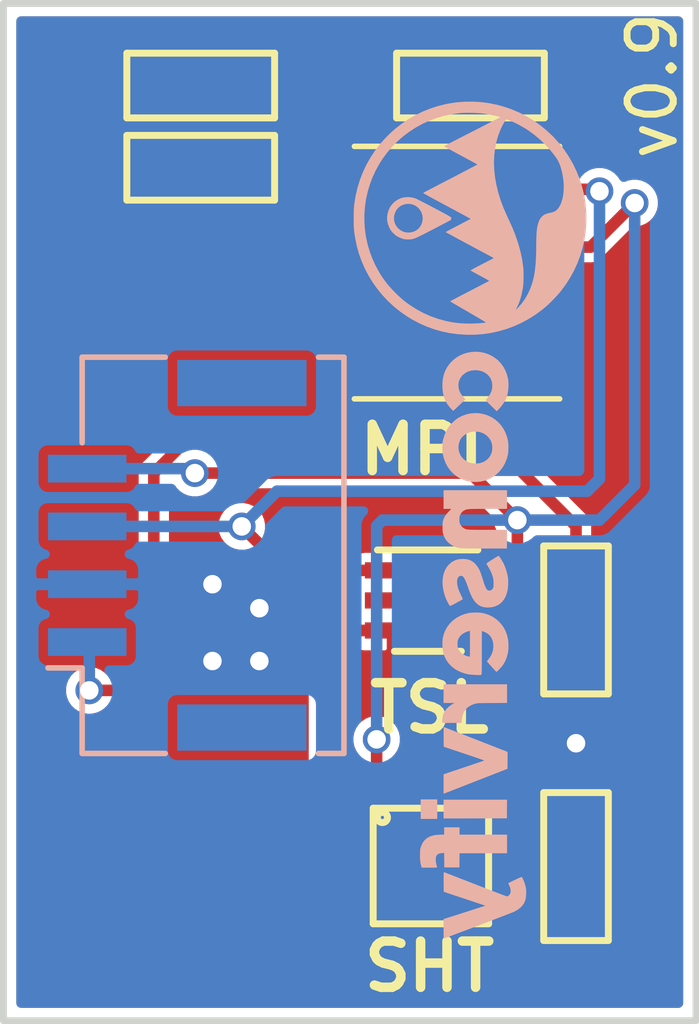
<source format=kicad_pcb>
(kicad_pcb (version 20171130) (host pcbnew 5.0.0-fee4fd1~66~ubuntu16.04.1)

  (general
    (thickness 1.6)
    (drawings 9)
    (tracks 101)
    (zones 0)
    (modules 10)
    (nets 11)
  )

  (page A4)
  (layers
    (0 F.Cu signal)
    (31 B.Cu signal)
    (32 B.Adhes user)
    (33 F.Adhes user)
    (34 B.Paste user)
    (35 F.Paste user)
    (36 B.SilkS user hide)
    (37 F.SilkS user)
    (38 B.Mask user)
    (39 F.Mask user)
    (40 Dwgs.User user)
    (41 Cmts.User user)
    (42 Eco1.User user)
    (43 Eco2.User user)
    (44 Edge.Cuts user)
    (45 Margin user)
    (46 B.CrtYd user)
    (47 F.CrtYd user)
    (48 B.Fab user hide)
    (49 F.Fab user hide)
  )

  (setup
    (last_trace_width 0.25)
    (trace_clearance 0.2)
    (zone_clearance 0.203)
    (zone_45_only no)
    (trace_min 0.2)
    (segment_width 0.2)
    (edge_width 0.15)
    (via_size 0.6)
    (via_drill 0.4)
    (via_min_size 0.4)
    (via_min_drill 0.3)
    (uvia_size 0.3)
    (uvia_drill 0.1)
    (uvias_allowed no)
    (uvia_min_size 0.2)
    (uvia_min_drill 0.1)
    (pcb_text_width 0.3)
    (pcb_text_size 1.5 1.5)
    (mod_edge_width 0.15)
    (mod_text_size 1 1)
    (mod_text_width 0.15)
    (pad_size 1.524 1.524)
    (pad_drill 0.762)
    (pad_to_mask_clearance 0.2)
    (aux_axis_origin 0 0)
    (visible_elements FFFFFF7F)
    (pcbplotparams
      (layerselection 0x000fc_ffffffff)
      (usegerberextensions false)
      (usegerberattributes false)
      (usegerberadvancedattributes false)
      (creategerberjobfile false)
      (excludeedgelayer true)
      (linewidth 0.100000)
      (plotframeref false)
      (viasonmask false)
      (mode 1)
      (useauxorigin false)
      (hpglpennumber 1)
      (hpglpenspeed 20)
      (hpglpendiameter 15.000000)
      (psnegative false)
      (psa4output false)
      (plotreference true)
      (plotvalue true)
      (plotinvisibletext false)
      (padsonsilk false)
      (subtractmaskfromsilk false)
      (outputformat 1)
      (mirror false)
      (drillshape 0)
      (scaleselection 1)
      (outputdirectory "gerbers"))
  )

  (net 0 "")
  (net 1 "Net-(C1-Pad1)")
  (net 2 GND)
  (net 3 3V3)
  (net 4 /SCL)
  (net 5 /SDA)
  (net 6 "Net-(U1-Pad5)")
  (net 7 "Net-(U1-Pad6)")
  (net 8 "Net-(U2-Pad2)")
  (net 9 "Net-(U2-Pad4)")
  (net 10 "Net-(U3-Pad3)")

  (net_class Default "This is the default net class."
    (clearance 0.2)
    (trace_width 0.25)
    (via_dia 0.6)
    (via_drill 0.4)
    (uvia_dia 0.3)
    (uvia_drill 0.1)
    (add_net /SCL)
    (add_net /SDA)
    (add_net 3V3)
    (add_net GND)
    (add_net "Net-(C1-Pad1)")
    (add_net "Net-(U1-Pad5)")
    (add_net "Net-(U1-Pad6)")
    (add_net "Net-(U2-Pad2)")
    (add_net "Net-(U2-Pad4)")
    (add_net "Net-(U3-Pad3)")
  )

  (module conservify:DFN-8-1EP_5x2.55mm_Pitch1.25mm_98ASA002260D (layer F.Cu) (tedit 5A445F46) (tstamp 5A445F13)
    (at 150.3941 109.7734)
    (descr "DD Package; 8-Lead Plastic DFN (6mm x 5mm) (see http://www.everspin.com/file/236/download)")
    (tags "dfn ")
    (path /5A4464F4)
    (attr smd)
    (fp_text reference U1 (at 0 -3.5) (layer F.SilkS) hide
      (effects (font (size 1 1) (thickness 0.15)))
    )
    (fp_text value MPL3115A2 (at 0 3.65) (layer F.Fab) hide
      (effects (font (size 1 1) (thickness 0.15)))
    )
    (fp_line (start -2.032 -2.54) (end -2.794 -1.905) (layer F.Fab) (width 0.1))
    (fp_line (start -2.794 2.5) (end -2.794 -1.905) (layer F.Fab) (width 0.1))
    (fp_line (start 2.159 2.54) (end -2.794 2.54) (layer F.Fab) (width 0.1))
    (fp_line (start 2.159 -2.54) (end 2.159 2.54) (layer F.Fab) (width 0.1))
    (fp_line (start -2.032 -2.54) (end 2.159 -2.54) (layer F.Fab) (width 0.1))
    (fp_line (start -2.921 2.794) (end -2.921 -2.906) (layer F.CrtYd) (width 0.05))
    (fp_line (start 2.286 2.794) (end -2.921 2.794) (layer F.CrtYd) (width 0.05))
    (fp_line (start 2.286 -2.8956) (end 2.286 2.8044) (layer F.CrtYd) (width 0.05))
    (fp_line (start -2.921 -2.921) (end 2.286 -2.921) (layer F.CrtYd) (width 0.05))
    (fp_line (start -2.54 -2.794) (end 1.905 -2.794) (layer F.SilkS) (width 0.12))
    (fp_line (start -2.54 2.667) (end 1.905 2.667) (layer F.SilkS) (width 0.12))
    (fp_text user %R (at 0 0) (layer F.Fab) hide
      (effects (font (size 1 1) (thickness 0.15)))
    )
    (pad 1 smd rect (at -1.5755 -1.865 270) (size 0.5 1.1) (layers F.Cu F.Paste F.Mask)
      (net 3 3V3) (solder_mask_margin 0.1) (clearance 0.1))
    (pad 2 smd rect (at -1.5755 -0.615 270) (size 0.5 1.1) (layers F.Cu F.Paste F.Mask)
      (net 1 "Net-(C1-Pad1)") (solder_mask_margin 0.1) (clearance 0.1))
    (pad 3 smd rect (at -1.5755 0.635 270) (size 0.5 1.1) (layers F.Cu F.Paste F.Mask)
      (net 2 GND) (solder_mask_margin 0.1) (clearance 0.1))
    (pad 4 smd rect (at -1.5755 1.885 270) (size 0.5 1.1) (layers F.Cu F.Paste F.Mask)
      (net 3 3V3) (solder_mask_margin 0.1) (clearance 0.1))
    (pad 5 smd rect (at 0.9245 1.885 270) (size 0.5 1.1) (layers F.Cu F.Paste F.Mask)
      (net 6 "Net-(U1-Pad5)") (solder_mask_margin 0.1) (clearance 0.1))
    (pad 6 smd rect (at 0.9245 0.635 270) (size 0.5 1.1) (layers F.Cu F.Paste F.Mask)
      (net 7 "Net-(U1-Pad6)") (solder_mask_margin 0.1) (clearance 0.1))
    (pad 7 smd rect (at 0.9245 -0.615 270) (size 0.5 1.1) (layers F.Cu F.Paste F.Mask)
      (net 5 /SDA) (solder_mask_margin 0.1) (clearance 0.1))
    (pad 8 smd rect (at 0.9245 -1.865 270) (size 0.5 1.1) (layers F.Cu F.Paste F.Mask)
      (net 4 /SCL) (solder_mask_margin 0.1) (clearance 0.1))
    (model ${KISYS3DMOD}/Housings_DFN_QFN.3dshapes/DFN-8-1EP_6x5mm_Pitch1.27mm.wrl
      (at (xyz 0 0 0))
      (scale (xyz 1 1 1))
      (rotate (xyz 0 0 0))
    )
  )

  (module conservify:SHT3x (layer F.Cu) (tedit 5A445F09) (tstamp 5A445F2C)
    (at 149.511 122.543)
    (path /5A4464FE)
    (fp_text reference U3 (at 0 3.575) (layer F.SilkS) hide
      (effects (font (size 1 1) (thickness 0.15)))
    )
    (fp_text value SHT31 (at 0 2.225) (layer F.Fab) hide
      (effects (font (size 1 1) (thickness 0.15)))
    )
    (fp_circle (center -1.05 -1.05) (end -1.025 -1.025) (layer F.SilkS) (width 0.15))
    (fp_line (start -1.25 -1.25) (end 1.25 -1.25) (layer F.SilkS) (width 0.15))
    (fp_line (start 1.25 -1.25) (end 1.25 1.25) (layer F.SilkS) (width 0.15))
    (fp_line (start 1.25 1.25) (end -1.25 1.25) (layer F.SilkS) (width 0.15))
    (fp_line (start -1.25 1.25) (end -1.25 -1.25) (layer F.SilkS) (width 0.15))
    (pad 1 smd rect (at -1.175 -0.75) (size 0.55 0.25) (layers F.Cu F.Paste F.Mask)
      (net 5 /SDA))
    (pad 2 smd rect (at -1.175 -0.25) (size 0.55 0.25) (layers F.Cu F.Paste F.Mask)
      (net 2 GND))
    (pad 3 smd rect (at -1.175 0.25) (size 0.55 0.25) (layers F.Cu F.Paste F.Mask)
      (net 10 "Net-(U3-Pad3)"))
    (pad 4 smd rect (at -1.175 0.75) (size 0.55 0.25) (layers F.Cu F.Paste F.Mask)
      (net 4 /SCL))
    (pad 5 smd rect (at 1.175 0.75) (size 0.55 0.25) (layers F.Cu F.Paste F.Mask)
      (net 3 3V3))
    (pad 6 smd rect (at 1.175 0.25) (size 0.55 0.25) (layers F.Cu F.Paste F.Mask)
      (net 3 3V3))
    (pad 7 smd rect (at 1.175 -0.25) (size 0.55 0.25) (layers F.Cu F.Paste F.Mask)
      (net 2 GND))
    (pad 8 smd rect (at 1.175 -0.75) (size 0.55 0.25) (layers F.Cu F.Paste F.Mask)
      (net 2 GND))
    (pad PAD smd rect (at 0 0) (size 1 1.7) (layers F.Cu F.Paste F.Mask)
      (net 2 GND) (solder_paste_margin -0.05))
  )

  (module conservify:conservify_text_negative_4000 (layer B.Cu) (tedit 0) (tstamp 5A446342)
    (at 150.368 115.062 270)
    (fp_text reference G*** (at 0 0 270) (layer B.SilkS) hide
      (effects (font (size 1.524 1.524) (thickness 0.3)) (justify mirror))
    )
    (fp_text value LOGO (at 0.75 0 270) (layer B.SilkS) hide
      (effects (font (size 1.524 1.524) (thickness 0.3)) (justify mirror))
    )
    (fp_poly (pts (xy -6.461691 2.523967) (xy -6.405813 2.523371) (xy -6.357701 2.522153) (xy -6.314888 2.520129)
      (xy -6.27491 2.517117) (xy -6.235299 2.512933) (xy -6.193591 2.507393) (xy -6.14732 2.500315)
      (xy -6.097729 2.49214) (xy -5.927374 2.457088) (xy -5.760464 2.410074) (xy -5.597588 2.351512)
      (xy -5.439334 2.281814) (xy -5.286292 2.201393) (xy -5.139051 2.110663) (xy -4.9982 2.010037)
      (xy -4.864329 1.899927) (xy -4.738027 1.780747) (xy -4.619883 1.65291) (xy -4.510487 1.516829)
      (xy -4.410427 1.372916) (xy -4.342901 1.261903) (xy -4.259296 1.103635) (xy -4.187873 0.941851)
      (xy -4.128618 0.776501) (xy -4.081519 0.607531) (xy -4.046564 0.43489) (xy -4.02374 0.258525)
      (xy -4.013033 0.078383) (xy -4.014082 -0.096488) (xy -4.026843 -0.271368) (xy -4.051995 -0.444419)
      (xy -4.089285 -0.615002) (xy -4.138459 -0.782478) (xy -4.199266 -0.946207) (xy -4.271451 -1.105551)
      (xy -4.354762 -1.259871) (xy -4.448945 -1.408526) (xy -4.553747 -1.550878) (xy -4.623246 -1.63488)
      (xy -4.660565 -1.67631) (xy -4.705116 -1.72294) (xy -4.754359 -1.772318) (xy -4.805751 -1.82199)
      (xy -4.856753 -1.869504) (xy -4.904823 -1.912407) (xy -4.947419 -1.948245) (xy -4.950258 -1.950529)
      (xy -5.093477 -2.057386) (xy -5.242922 -2.153532) (xy -5.397903 -2.238589) (xy -5.557735 -2.312175)
      (xy -5.70865 -2.369478) (xy -5.880736 -2.421765) (xy -6.054915 -2.461652) (xy -6.230702 -2.489076)
      (xy -6.407611 -2.503971) (xy -6.585155 -2.506271) (xy -6.696075 -2.501296) (xy -6.873113 -2.483112)
      (xy -7.047504 -2.452661) (xy -7.218668 -2.410208) (xy -7.386022 -2.356017) (xy -7.548984 -2.290353)
      (xy -7.706973 -2.21348) (xy -7.859406 -2.125662) (xy -8.005702 -2.027165) (xy -8.145278 -1.918252)
      (xy -8.277553 -1.799187) (xy -8.30889 -1.768389) (xy -8.429984 -1.638468) (xy -8.540786 -1.501465)
      (xy -8.641119 -1.357979) (xy -8.730805 -1.208609) (xy -8.809666 -1.053953) (xy -8.877525 -0.894611)
      (xy -8.919891 -0.772453) (xy -8.67216 -0.772453) (xy -8.670906 -0.781242) (xy -8.665079 -0.799715)
      (xy -8.655412 -0.826015) (xy -8.642639 -0.85829) (xy -8.627494 -0.894684) (xy -8.610711 -0.933343)
      (xy -8.593068 -0.972315) (xy -8.575474 -1.008077) (xy -8.552551 -1.051339) (xy -8.52605 -1.099055)
      (xy -8.497719 -1.148181) (xy -8.469309 -1.195671) (xy -8.442567 -1.238479) (xy -8.423983 -1.266675)
      (xy -8.336766 -1.385751) (xy -8.240149 -1.501152) (xy -8.135999 -1.611006) (xy -8.026185 -1.713435)
      (xy -7.912575 -1.806566) (xy -7.819062 -1.873889) (xy -7.758351 -1.909018) (xy -7.686319 -1.940303)
      (xy -7.603826 -1.967497) (xy -7.511732 -1.990352) (xy -7.410896 -2.008618) (xy -7.30885 -2.021388)
      (xy -7.275605 -2.023536) (xy -7.233796 -2.024476) (xy -7.187498 -2.024253) (xy -7.140787 -2.022915)
      (xy -7.097737 -2.020509) (xy -7.076591 -2.018697) (xy -6.992957 -2.006718) (xy -6.915513 -1.988402)
      (xy -6.845696 -1.964245) (xy -6.784944 -1.934745) (xy -6.734997 -1.900646) (xy -6.702215 -1.870001)
      (xy -6.677722 -1.837501) (xy -6.65983 -1.800062) (xy -6.646849 -1.7546) (xy -6.642289 -1.731441)
      (xy -6.628489 -1.670615) (xy -6.610021 -1.620262) (xy -6.585926 -1.578708) (xy -6.555249 -1.54428)
      (xy -6.519471 -1.516868) (xy -6.485864 -1.497575) (xy -6.448472 -1.481031) (xy -6.406261 -1.46708)
      (xy -6.3582 -1.455567) (xy -6.303258 -1.446336) (xy -6.240403 -1.43923) (xy -6.168603 -1.434095)
      (xy -6.086826 -1.430775) (xy -5.994041 -1.429112) (xy -5.936594 -1.428848) (xy -5.78751 -1.427111)
      (xy -5.650515 -1.422091) (xy -5.525648 -1.413789) (xy -5.412947 -1.40221) (xy -5.31245 -1.387356)
      (xy -5.2451 -1.374066) (xy -5.119604 -1.340662) (xy -4.999991 -1.297761) (xy -4.887118 -1.245835)
      (xy -4.781842 -1.185357) (xy -4.685019 -1.116799) (xy -4.597505 -1.040635) (xy -4.547902 -0.989362)
      (xy -4.524656 -0.963631) (xy -4.591191 -0.997022) (xy -4.625115 -1.013414) (xy -4.662227 -1.030335)
      (xy -4.696986 -1.0453) (xy -4.714444 -1.052321) (xy -4.760161 -1.068245) (xy -4.814795 -1.084492)
      (xy -4.874625 -1.100145) (xy -4.935931 -1.114283) (xy -4.99499 -1.125989) (xy -5.045075 -1.133946)
      (xy -5.08974 -1.138581) (xy -5.14382 -1.142041) (xy -5.204084 -1.144298) (xy -5.2673 -1.145324)
      (xy -5.330235 -1.145094) (xy -5.389658 -1.143578) (xy -5.442336 -1.14075) (xy -5.476875 -1.137592)
      (xy -5.644943 -1.112478) (xy -5.815657 -1.075837) (xy -5.987378 -1.028096) (xy -6.158467 -0.969682)
      (xy -6.23678 -0.939235) (xy -6.263152 -0.928513) (xy -6.287957 -0.918251) (xy -6.312662 -0.907793)
      (xy -6.338735 -0.896481) (xy -6.367645 -0.88366) (xy -6.40086 -0.868672) (xy -6.439848 -0.850862)
      (xy -6.486078 -0.829571) (xy -6.541017 -0.804144) (xy -6.599238 -0.777127) (xy -6.767531 -0.704344)
      (xy -6.934596 -0.64278) (xy -7.100056 -0.59246) (xy -7.263534 -0.553407) (xy -7.424654 -0.525647)
      (xy -7.583038 -0.509206) (xy -7.73831 -0.504107) (xy -7.890092 -0.510376) (xy -8.038008 -0.528037)
      (xy -8.181681 -0.557116) (xy -8.320733 -0.597638) (xy -8.454788 -0.649627) (xy -8.464276 -0.653831)
      (xy -8.495173 -0.668329) (xy -8.528668 -0.685206) (xy -8.56276 -0.703318) (xy -8.595449 -0.721526)
      (xy -8.624735 -0.738687) (xy -8.648617 -0.753659) (xy -8.665095 -0.765303) (xy -8.67216 -0.772453)
      (xy -8.919891 -0.772453) (xy -8.934205 -0.731181) (xy -8.979527 -0.564263) (xy -9.013314 -0.394455)
      (xy -9.035389 -0.222356) (xy -9.045573 -0.048564) (xy -9.044196 0.07941) (xy -8.813399 0.07941)
      (xy -8.813365 0.004318) (xy -8.81156 -0.072688) (xy -8.808079 -0.148384) (xy -8.803014 -0.219542)
      (xy -8.79646 -0.282938) (xy -8.792588 -0.31115) (xy -8.785614 -0.354074) (xy -8.777448 -0.399403)
      (xy -8.76846 -0.445539) (xy -8.759021 -0.490883) (xy -8.749501 -0.533837) (xy -8.740269 -0.572804)
      (xy -8.731695 -0.606184) (xy -8.724149 -0.632379) (xy -8.718001 -0.649791) (xy -8.713621 -0.656822)
      (xy -8.712642 -0.656607) (xy -8.709399 -0.650645) (xy -8.700773 -0.6341) (xy -8.687142 -0.607709)
      (xy -8.668881 -0.572208) (xy -8.646368 -0.528332) (xy -8.619979 -0.476819) (xy -8.590092 -0.418404)
      (xy -8.557083 -0.353824) (xy -8.52133 -0.283815) (xy -8.483208 -0.209113) (xy -8.443096 -0.130454)
      (xy -8.401369 -0.048575) (xy -8.399982 -0.045852) (xy -8.358195 0.036098) (xy -8.317977 0.114824)
      (xy -8.279705 0.189591) (xy -8.24376 0.259666) (xy -8.21052 0.324315) (xy -8.180364 0.382803)
      (xy -8.153671 0.434397) (xy -8.130821 0.478363) (xy -8.112193 0.513966) (xy -8.098165 0.540473)
      (xy -8.089117 0.557149) (xy -8.085428 0.563261) (xy -8.085401 0.563274) (xy -8.081626 0.558078)
      (xy -8.07242 0.542589) (xy -8.058293 0.517737) (xy -8.039757 0.484454) (xy -8.017323 0.443669)
      (xy -7.991502 0.396315) (xy -7.962804 0.343321) (xy -7.931742 0.285618) (xy -7.898826 0.224137)
      (xy -7.887549 0.202999) (xy -7.85413 0.140429) (xy -7.822414 0.081287) (xy -7.79291 0.026508)
      (xy -7.766129 -0.022971) (xy -7.742581 -0.066215) (xy -7.722774 -0.10229) (xy -7.70722 -0.13026)
      (xy -7.696428 -0.149189) (xy -7.690907 -0.158143) (xy -7.690329 -0.15875) (xy -7.686869 -0.153231)
      (xy -7.677972 -0.137169) (xy -7.664028 -0.111304) (xy -7.645426 -0.07638) (xy -7.622556 -0.033136)
      (xy -7.595808 0.017686) (xy -7.565571 0.075344) (xy -7.532235 0.139098) (xy -7.496189 0.208205)
      (xy -7.457823 0.281924) (xy -7.417526 0.359514) (xy -7.382522 0.427038) (xy -7.340883 0.507394)
      (xy -7.300853 0.584575) (xy -7.262823 0.657832) (xy -7.227182 0.726417) (xy -7.194322 0.789581)
      (xy -7.164632 0.846577) (xy -7.138501 0.896656) (xy -7.116321 0.939069) (xy -7.098481 0.973069)
      (xy -7.085371 0.997907) (xy -7.077381 1.012835) (xy -7.074917 1.017164) (xy -7.071388 1.012327)
      (xy -7.062322 0.997048) (xy -7.048141 0.9721) (xy -7.029269 0.938257) (xy -7.006128 0.896292)
      (xy -6.979141 0.846978) (xy -6.948731 0.791087) (xy -6.915321 0.729393) (xy -6.879333 0.662669)
      (xy -6.841191 0.591688) (xy -6.801317 0.517224) (xy -6.7945 0.504469) (xy -6.754364 0.429406)
      (xy -6.715911 0.357616) (xy -6.679564 0.289881) (xy -6.645746 0.226981) (xy -6.614877 0.169697)
      (xy -6.58738 0.118811) (xy -6.563678 0.075102) (xy -6.544192 0.039353) (xy -6.529344 0.012343)
      (xy -6.519557 -0.005145) (xy -6.515252 -0.012332) (xy -6.5151 -0.012474) (xy -6.511641 -0.006991)
      (xy -6.502952 0.008692) (xy -6.489612 0.033481) (xy -6.472199 0.06628) (xy -6.451292 0.105996)
      (xy -6.427469 0.151534) (xy -6.401308 0.2018) (xy -6.373387 0.255698) (xy -6.372542 0.257333)
      (xy -6.344552 0.311329) (xy -6.318262 0.361719) (xy -6.294256 0.407409) (xy -6.273117 0.447304)
      (xy -6.255428 0.48031) (xy -6.241773 0.505332) (xy -6.232734 0.521276) (xy -6.228894 0.527046)
      (xy -6.228867 0.52705) (xy -6.225306 0.521579) (xy -6.216208 0.505695) (xy -6.202005 0.480196)
      (xy -6.18313 0.445878) (xy -6.160016 0.403539) (xy -6.133096 0.353976) (xy -6.102803 0.297984)
      (xy -6.069569 0.236362) (xy -6.033828 0.169906) (xy -5.996012 0.099413) (xy -5.958951 0.030163)
      (xy -5.919279 -0.044034) (xy -5.881095 -0.115416) (xy -5.844856 -0.183134) (xy -5.811015 -0.246339)
      (xy -5.780027 -0.304183) (xy -5.752348 -0.355817) (xy -5.728431 -0.400394) (xy -5.708732 -0.437065)
      (xy -5.693706 -0.464982) (xy -5.683806 -0.483296) (xy -5.679687 -0.490812) (xy -5.666047 -0.5149)
      (xy -5.535377 -0.262212) (xy -5.508278 -0.210032) (xy -5.482866 -0.161529) (xy -5.459746 -0.117828)
      (xy -5.439525 -0.080056) (xy -5.422808 -0.049338) (xy -5.410202 -0.0268) (xy -5.402314 -0.013569)
      (xy -5.399833 -0.010432) (xy -5.395827 -0.016049) (xy -5.386572 -0.031633) (xy -5.372767 -0.055931)
      (xy -5.355107 -0.087689) (xy -5.334291 -0.125653) (xy -5.311016 -0.168569) (xy -5.28603 -0.215087)
      (xy -5.26108 -0.261472) (xy -5.23794 -0.303949) (xy -5.217294 -0.341301) (xy -5.19983 -0.372311)
      (xy -5.186232 -0.395761) (xy -5.177187 -0.410433) (xy -5.17338 -0.415111) (xy -5.173368 -0.4151)
      (xy -5.169919 -0.40899) (xy -5.161108 -0.392478) (xy -5.147396 -0.366449) (xy -5.129244 -0.331788)
      (xy -5.107112 -0.289378) (xy -5.081463 -0.240105) (xy -5.052756 -0.184853) (xy -5.021454 -0.124506)
      (xy -4.988016 -0.05995) (xy -4.952904 0.007932) (xy -4.951779 0.010106) (xy -4.916659 0.07797)
      (xy -4.88321 0.142446) (xy -4.851889 0.202661) (xy -4.823155 0.257742) (xy -4.797468 0.306813)
      (xy -4.775286 0.349) (xy -4.757067 0.383429) (xy -4.74327 0.409227) (xy -4.734353 0.425518)
      (xy -4.730776 0.431428) (xy -4.73075 0.431436) (xy -4.727135 0.426053) (xy -4.717702 0.410536)
      (xy -4.702962 0.38576) (xy -4.683429 0.352602) (xy -4.659613 0.311936) (xy -4.632027 0.264639)
      (xy -4.601182 0.211586) (xy -4.567591 0.153654) (xy -4.531766 0.091717) (xy -4.502491 0.040999)
      (xy -4.465288 -0.023338) (xy -4.42988 -0.084235) (xy -4.396779 -0.140831) (xy -4.366501 -0.192262)
      (xy -4.339559 -0.237666) (xy -4.316466 -0.276181) (xy -4.297736 -0.306944) (xy -4.283882 -0.329094)
      (xy -4.275418 -0.341767) (xy -4.27288 -0.34451) (xy -4.268656 -0.33402) (xy -4.26443 -0.312499)
      (xy -4.26033 -0.281618) (xy -4.256483 -0.243044) (xy -4.253018 -0.198448) (xy -4.250061 -0.149498)
      (xy -4.247742 -0.097864) (xy -4.246188 -0.045214) (xy -4.245527 0.006782) (xy -4.245514 0.0127)
      (xy -4.24717 0.121915) (xy -4.252648 0.22252) (xy -4.262349 0.318136) (xy -4.27668 0.412385)
      (xy -4.296042 0.508887) (xy -4.305369 0.549275) (xy -4.350007 0.710744) (xy -4.405489 0.866179)
      (xy -4.472241 1.016552) (xy -4.550689 1.162835) (xy -4.629803 1.28905) (xy -4.675306 1.355032)
      (xy -4.719492 1.41473) (xy -4.764784 1.471067) (xy -4.813607 1.526964) (xy -4.868386 1.585344)
      (xy -4.914544 1.632223) (xy -4.998574 1.713135) (xy -5.080034 1.784953) (xy -5.161888 1.850011)
      (xy -5.247098 1.910648) (xy -5.338629 1.969199) (xy -5.352912 1.977842) (xy -5.500327 2.059179)
      (xy -5.651965 2.12881) (xy -5.807166 2.186755) (xy -5.96527 2.23303) (xy -6.125615 2.267654)
      (xy -6.287543 2.290645) (xy -6.450391 2.30202) (xy -6.613499 2.301798) (xy -6.776206 2.289997)
      (xy -6.937853 2.266634) (xy -7.097778 2.231728) (xy -7.255321 2.185296) (xy -7.409822 2.127357)
      (xy -7.560619 2.057929) (xy -7.707052 1.977029) (xy -7.8105 1.91095) (xy -7.947234 1.810789)
      (xy -8.075297 1.701636) (xy -8.194352 1.584065) (xy -8.304063 1.45865) (xy -8.404092 1.325964)
      (xy -8.494104 1.186583) (xy -8.57376 1.04108) (xy -8.642726 0.890029) (xy -8.700663 0.734004)
      (xy -8.747235 0.573579) (xy -8.782105 0.409329) (xy -8.804938 0.241827) (xy -8.80778 0.210945)
      (xy -8.811569 0.149361) (xy -8.813399 0.07941) (xy -9.044196 0.07941) (xy -9.04369 0.12632)
      (xy -9.029561 0.301699) (xy -9.003009 0.476973) (xy -8.991671 0.533833) (xy -8.949175 0.70491)
      (xy -8.89526 0.871102) (xy -8.830381 1.031969) (xy -8.754993 1.187074) (xy -8.669551 1.335979)
      (xy -8.574509 1.478244) (xy -8.470322 1.613433) (xy -8.357445 1.741106) (xy -8.236333 1.860827)
      (xy -8.10744 1.972155) (xy -7.971222 2.074654) (xy -7.828132 2.167885) (xy -7.678626 2.25141)
      (xy -7.523158 2.32479) (xy -7.362183 2.387588) (xy -7.196157 2.439365) (xy -7.025533 2.479683)
      (xy -6.9596 2.491905) (xy -6.907368 2.50064) (xy -6.861611 2.507661) (xy -6.81989 2.513151)
      (xy -6.779768 2.517292) (xy -6.738809 2.520265) (xy -6.694573 2.522253) (xy -6.644625 2.523437)
      (xy -6.586527 2.524) (xy -6.5278 2.524125) (xy -6.461691 2.523967)) (layer B.SilkS) (width 0.01))
    (fp_poly (pts (xy 8.886993 0.577776) (xy 8.932248 0.577565) (xy 8.971688 0.577235) (xy 9.003817 0.576804)
      (xy 9.027139 0.576292) (xy 9.040157 0.575716) (xy 9.0424 0.575347) (xy 9.040183 0.568117)
      (xy 9.033752 0.549895) (xy 9.023436 0.521544) (xy 9.009563 0.483932) (xy 8.992463 0.437924)
      (xy 8.972463 0.384387) (xy 8.949894 0.324187) (xy 8.925083 0.258189) (xy 8.898359 0.187259)
      (xy 8.870051 0.112264) (xy 8.840489 0.03407) (xy 8.81 -0.046458) (xy 8.778914 -0.128453)
      (xy 8.747559 -0.211049) (xy 8.716264 -0.29338) (xy 8.685358 -0.374581) (xy 8.65517 -0.453785)
      (xy 8.626028 -0.530126) (xy 8.598262 -0.602738) (xy 8.572199 -0.670755) (xy 8.54817 -0.733311)
      (xy 8.526502 -0.78954) (xy 8.507524 -0.838576) (xy 8.491566 -0.879554) (xy 8.478955 -0.911606)
      (xy 8.470022 -0.933867) (xy 8.465094 -0.945471) (xy 8.464765 -0.94615) (xy 8.424808 -1.016392)
      (xy 8.381309 -1.074673) (xy 8.333895 -1.121325) (xy 8.282195 -1.156685) (xy 8.225837 -1.181087)
      (xy 8.194675 -1.189533) (xy 8.148846 -1.197082) (xy 8.096246 -1.201635) (xy 8.042506 -1.202928)
      (xy 7.993257 -1.200695) (xy 7.982082 -1.199528) (xy 7.915837 -1.18786) (xy 7.849594 -1.168139)
      (xy 7.82955 -1.160705) (xy 7.802751 -1.149729) (xy 7.776159 -1.137752) (xy 7.752324 -1.126059)
      (xy 7.733797 -1.115932) (xy 7.723128 -1.108652) (xy 7.721533 -1.106396) (xy 7.724108 -1.098492)
      (xy 7.731303 -1.081409) (xy 7.742202 -1.057056) (xy 7.755891 -1.027341) (xy 7.771457 -0.994172)
      (xy 7.787986 -0.959458) (xy 7.804563 -0.925108) (xy 7.820275 -0.893031) (xy 7.834207 -0.865135)
      (xy 7.845446 -0.843329) (xy 7.853076 -0.829522) (xy 7.856051 -0.8255) (xy 7.864476 -0.828179)
      (xy 7.880144 -0.835074) (xy 7.893154 -0.841427) (xy 7.94472 -0.862586) (xy 7.994946 -0.87357)
      (xy 8.041889 -0.874072) (xy 8.067675 -0.869212) (xy 8.08836 -0.859537) (xy 8.110066 -0.843282)
      (xy 8.129064 -0.823909) (xy 8.141629 -0.804881) (xy 8.143976 -0.798322) (xy 8.142244 -0.789775)
      (xy 8.135754 -0.769454) (xy 8.124507 -0.73736) (xy 8.108505 -0.693495) (xy 8.087747 -0.637859)
      (xy 8.062234 -0.570455) (xy 8.031966 -0.491284) (xy 7.996945 -0.400345) (xy 7.957169 -0.297642)
      (xy 7.912641 -0.183175) (xy 7.8837 -0.108996) (xy 7.849183 -0.020564) (xy 7.815986 0.064589)
      (xy 7.784397 0.145713) (xy 7.754707 0.222059) (xy 7.727207 0.292877) (xy 7.702185 0.357417)
      (xy 7.679934 0.41493) (xy 7.660741 0.464666) (xy 7.644899 0.505877) (xy 7.632697 0.537812)
      (xy 7.624425 0.559721) (xy 7.620373 0.570856) (xy 7.62 0.572128) (xy 7.62618 0.573681)
      (xy 7.644052 0.574928) (xy 7.672608 0.575851) (xy 7.710842 0.576427) (xy 7.757749 0.576637)
      (xy 7.812323 0.57646) (xy 7.827435 0.57635) (xy 8.03487 0.574675) (xy 8.339206 -0.338345)
      (xy 8.443009 -0.015185) (xy 8.464486 0.051712) (xy 8.486197 0.119397) (xy 8.50756 0.186052)
      (xy 8.527993 0.249863) (xy 8.546916 0.309014) (xy 8.563747 0.361688) (xy 8.577906 0.406071)
      (xy 8.58881 0.440345) (xy 8.589626 0.442913) (xy 8.632439 0.57785) (xy 8.837419 0.57785)
      (xy 8.886993 0.577776)) (layer B.SilkS) (width 0.01))
    (fp_poly (pts (xy -2.81569 0.599534) (xy -2.728588 0.586857) (xy -2.648845 0.565353) (xy -2.575139 0.534519)
      (xy -2.506145 0.493852) (xy -2.440541 0.44285) (xy -2.407638 0.412381) (xy -2.36735 0.373029)
      (xy -2.404828 0.334152) (xy -2.421479 0.316727) (xy -2.444568 0.292353) (xy -2.471883 0.263377)
      (xy -2.50121 0.232145) (xy -2.526685 0.204916) (xy -2.611063 0.114556) (xy -2.654573 0.153993)
      (xy -2.703458 0.194558) (xy -2.749955 0.224704) (xy -2.796704 0.245673) (xy -2.846344 0.258708)
      (xy -2.88857 0.264152) (xy -2.952874 0.263609) (xy -3.012792 0.251151) (xy -3.068206 0.226821)
      (xy -3.119 0.190666) (xy -3.145056 0.165618) (xy -3.186369 0.113654) (xy -3.216706 0.056642)
      (xy -3.236384 -0.00627) (xy -3.245718 -0.075931) (xy -3.24663 -0.10795) (xy -3.241095 -0.179774)
      (xy -3.224707 -0.246545) (xy -3.197833 -0.30732) (xy -3.160838 -0.361155) (xy -3.139406 -0.384439)
      (xy -3.093697 -0.422914) (xy -3.044533 -0.450598) (xy -2.990178 -0.468158) (xy -2.928896 -0.476261)
      (xy -2.89857 -0.477) (xy -2.837746 -0.471831) (xy -2.77972 -0.456419) (xy -2.722854 -0.430116)
      (xy -2.66551 -0.39227) (xy -2.645482 -0.376551) (xy -2.626107 -0.360911) (xy -2.609698 -0.347938)
      (xy -2.599484 -0.34018) (xy -2.598834 -0.339725) (xy -2.594079 -0.339568) (xy -2.585797 -0.344158)
      (xy -2.573081 -0.354309) (xy -2.555025 -0.370836) (xy -2.530724 -0.394553) (xy -2.499272 -0.426274)
      (xy -2.475665 -0.450439) (xy -2.361753 -0.567504) (xy -2.398489 -0.604819) (xy -2.450939 -0.653021)
      (xy -2.50892 -0.697424) (xy -2.569402 -0.736048) (xy -2.629351 -0.766914) (xy -2.673011 -0.784072)
      (xy -2.726524 -0.798341) (xy -2.788448 -0.809065) (xy -2.854925 -0.815981) (xy -2.922098 -0.818827)
      (xy -2.986108 -0.817339) (xy -3.043099 -0.811254) (xy -3.051175 -0.809861) (xy -3.142219 -0.78724)
      (xy -3.228745 -0.753912) (xy -3.309491 -0.710632) (xy -3.383197 -0.658156) (xy -3.448603 -0.597241)
      (xy -3.492241 -0.545425) (xy -3.542989 -0.468019) (xy -3.582654 -0.386079) (xy -3.611358 -0.300744)
      (xy -3.629225 -0.213153) (xy -3.63638 -0.124446) (xy -3.632945 -0.035764) (xy -3.619044 0.051755)
      (xy -3.594802 0.13697) (xy -3.560341 0.218743) (xy -3.515786 0.295932) (xy -3.46126 0.367399)
      (xy -3.396888 0.432003) (xy -3.385039 0.442167) (xy -3.311247 0.496479) (xy -3.23272 0.5395)
      (xy -3.148903 0.571419) (xy -3.059241 0.592427) (xy -2.963181 0.602711) (xy -2.911475 0.603888)
      (xy -2.81569 0.599534)) (layer B.SilkS) (width 0.01))
    (fp_poly (pts (xy -1.508523 0.60265) (xy -1.45881 0.598675) (xy -1.424358 0.593677) (xy -1.328818 0.569903)
      (xy -1.239543 0.535848) (xy -1.157191 0.492063) (xy -1.082419 0.439101) (xy -1.015888 0.377514)
      (xy -0.958254 0.307854) (xy -0.910177 0.230674) (xy -0.872314 0.146526) (xy -0.864308 0.123825)
      (xy -0.841921 0.038083) (xy -0.830374 -0.050806) (xy -0.829526 -0.140803) (xy -0.839237 -0.229868)
      (xy -0.859367 -0.315963) (xy -0.889777 -0.397049) (xy -0.901781 -0.42185) (xy -0.95126 -0.504882)
      (xy -1.009749 -0.579052) (xy -1.076914 -0.644096) (xy -1.15242 -0.699751) (xy -1.235931 -0.745753)
      (xy -1.327111 -0.781838) (xy -1.379008 -0.797002) (xy -1.407609 -0.803893) (xy -1.433886 -0.80884)
      (xy -1.461303 -0.812235) (xy -1.493321 -0.814471) (xy -1.533403 -0.815941) (xy -1.5494 -0.816334)
      (xy -1.607389 -0.816799) (xy -1.6546 -0.815256) (xy -1.692811 -0.811628) (xy -1.705886 -0.809591)
      (xy -1.801229 -0.786846) (xy -1.890357 -0.75365) (xy -1.972648 -0.710652) (xy -2.047482 -0.658504)
      (xy -2.114239 -0.597858) (xy -2.172296 -0.529363) (xy -2.221035 -0.453671) (xy -2.259834 -0.371434)
      (xy -2.288073 -0.2833) (xy -2.30513 -0.189923) (xy -2.306234 -0.179972) (xy -2.308654 -0.113664)
      (xy -1.91977 -0.113664) (xy -1.912883 -0.17943) (xy -1.895928 -0.242423) (xy -1.869123 -0.300833)
      (xy -1.832687 -0.352845) (xy -1.824206 -0.362382) (xy -1.786014 -0.399668) (xy -1.747817 -0.427989)
      (xy -1.705386 -0.450353) (xy -1.693367 -0.45547) (xy -1.647355 -0.469097) (xy -1.594782 -0.476183)
      (xy -1.54 -0.476677) (xy -1.487364 -0.47053) (xy -1.442994 -0.45837) (xy -1.383408 -0.429555)
      (xy -1.332396 -0.391869) (xy -1.290607 -0.345885) (xy -1.261122 -0.297275) (xy -1.240428 -0.249187)
      (xy -1.227325 -0.2034) (xy -1.220663 -0.154817) (xy -1.2192 -0.111125) (xy -1.224299 -0.03895)
      (xy -1.239753 0.026159) (xy -1.265799 0.084811) (xy -1.302674 0.137614) (xy -1.325481 0.162246)
      (xy -1.377147 0.204955) (xy -1.433866 0.236431) (xy -1.494453 0.256507) (xy -1.557726 0.265014)
      (xy -1.622501 0.261783) (xy -1.687595 0.246647) (xy -1.746556 0.222158) (xy -1.773702 0.204348)
      (xy -1.803365 0.178343) (xy -1.832517 0.147375) (xy -1.858129 0.114673) (xy -1.877172 0.083469)
      (xy -1.877831 0.08214) (xy -1.902463 0.018934) (xy -1.916369 -0.046939) (xy -1.91977 -0.113664)
      (xy -2.308654 -0.113664) (xy -2.309535 -0.089543) (xy -2.301073 0.00118) (xy -2.281331 0.090253)
      (xy -2.250791 0.17573) (xy -2.209936 0.255668) (xy -2.190555 0.286039) (xy -2.164038 0.321142)
      (xy -2.130434 0.359773) (xy -2.093179 0.398351) (xy -2.055709 0.433292) (xy -2.025975 0.457668)
      (xy -1.962311 0.499516) (xy -1.889993 0.53643) (xy -1.812608 0.566864) (xy -1.733743 0.589272)
      (xy -1.708424 0.594562) (xy -1.66667 0.600208) (xy -1.616642 0.603429) (xy -1.56253 0.604239)
      (xy -1.508523 0.60265)) (layer B.SilkS) (width 0.01))
    (fp_poly (pts (xy 2.736101 0.601248) (xy 2.787496 0.597521) (xy 2.833214 0.591784) (xy 2.867025 0.584858)
      (xy 2.95032 0.556474) (xy 3.026787 0.517575) (xy 3.096062 0.468572) (xy 3.157786 0.409878)
      (xy 3.211596 0.341908) (xy 3.257131 0.265074) (xy 3.294031 0.179789) (xy 3.321932 0.086466)
      (xy 3.328409 0.057376) (xy 3.332378 0.033062) (xy 3.336057 0.001251) (xy 3.339327 -0.035637)
      (xy 3.342066 -0.075179) (xy 3.344154 -0.114953) (xy 3.345469 -0.152538) (xy 3.345892 -0.185511)
      (xy 3.3453 -0.211451) (xy 3.343574 -0.227935) (xy 3.342783 -0.230765) (xy 3.341267 -0.232751)
      (xy 3.337786 -0.234473) (xy 3.331491 -0.235948) (xy 3.321537 -0.237196) (xy 3.307075 -0.238235)
      (xy 3.287259 -0.239085) (xy 3.261242 -0.239764) (xy 3.228175 -0.24029) (xy 3.187214 -0.240683)
      (xy 3.137509 -0.240961) (xy 3.078214 -0.241142) (xy 3.008482 -0.241247) (xy 2.927466 -0.241292)
      (xy 2.866345 -0.2413) (xy 2.790145 -0.24132) (xy 2.717754 -0.24138) (xy 2.650157 -0.241477)
      (xy 2.588342 -0.241606) (xy 2.533292 -0.241764) (xy 2.485993 -0.241948) (xy 2.447431 -0.242156)
      (xy 2.418592 -0.242383) (xy 2.40046 -0.242626) (xy 2.394021 -0.242881) (xy 2.394018 -0.242887)
      (xy 2.396876 -0.255777) (xy 2.403798 -0.276326) (xy 2.413322 -0.30076) (xy 2.423984 -0.325302)
      (xy 2.433384 -0.344442) (xy 2.466642 -0.393969) (xy 2.508502 -0.434457) (xy 2.558354 -0.465607)
      (xy 2.615586 -0.487123) (xy 2.679589 -0.498707) (xy 2.749753 -0.500061) (xy 2.752456 -0.499912)
      (xy 2.821771 -0.490485) (xy 2.887492 -0.470127) (xy 2.951001 -0.438269) (xy 3.013682 -0.394343)
      (xy 3.018565 -0.390401) (xy 3.05436 -0.361243) (xy 3.165028 -0.458434) (xy 3.196506 -0.486343)
      (xy 3.224541 -0.511706) (xy 3.247786 -0.533264) (xy 3.264896 -0.549755) (xy 3.274523 -0.559921)
      (xy 3.276148 -0.562413) (xy 3.271853 -0.570228) (xy 3.259695 -0.584384) (xy 3.241572 -0.603097)
      (xy 3.21938 -0.624583) (xy 3.195018 -0.647057) (xy 3.170382 -0.668735) (xy 3.147371 -0.687833)
      (xy 3.127881 -0.702567) (xy 3.124954 -0.704577) (xy 3.048564 -0.748463) (xy 2.964973 -0.782351)
      (xy 2.875332 -0.805811) (xy 2.835275 -0.812578) (xy 2.797849 -0.816181) (xy 2.752204 -0.817965)
      (xy 2.70268 -0.817987) (xy 2.653619 -0.816304) (xy 2.609362 -0.812972) (xy 2.580875 -0.80925)
      (xy 2.487825 -0.787812) (xy 2.40171 -0.755836) (xy 2.322009 -0.713064) (xy 2.248201 -0.659238)
      (xy 2.211946 -0.626764) (xy 2.149746 -0.558645) (xy 2.098068 -0.483488) (xy 2.057075 -0.401601)
      (xy 2.026928 -0.313291) (xy 2.012335 -0.24765) (xy 2.00761 -0.209735) (xy 2.00486 -0.16338)
      (xy 2.004049 -0.112528) (xy 2.005143 -0.061123) (xy 2.008106 -0.013106) (xy 2.0104 0.00635)
      (xy 2.388788 0.00635) (xy 2.673944 0.00635) (xy 2.741641 0.006375) (xy 2.797724 0.006477)
      (xy 2.84328 0.0067) (xy 2.879392 0.007084) (xy 2.907149 0.007673) (xy 2.927635 0.008509)
      (xy 2.941936 0.009634) (xy 2.951138 0.011091) (xy 2.956328 0.012922) (xy 2.958591 0.015168)
      (xy 2.959024 0.017463) (xy 2.956494 0.035986) (xy 2.949926 0.061874) (xy 2.940579 0.090949)
      (xy 2.929711 0.119033) (xy 2.925702 0.128025) (xy 2.895795 0.180195) (xy 2.85939 0.22171)
      (xy 2.815809 0.253204) (xy 2.769639 0.273589) (xy 2.747384 0.280193) (xy 2.726184 0.283974)
      (xy 2.701669 0.285397) (xy 2.669467 0.284924) (xy 2.664497 0.284748) (xy 2.632913 0.283156)
      (xy 2.609804 0.280534) (xy 2.590942 0.275975) (xy 2.572104 0.268572) (xy 2.558114 0.261927)
      (xy 2.511737 0.232132) (xy 2.471165 0.191701) (xy 2.437075 0.141615) (xy 2.410143 0.082858)
      (xy 2.391966 0.020638) (xy 2.388788 0.00635) (xy 2.0104 0.00635) (xy 2.012904 0.027578)
      (xy 2.014879 0.038698) (xy 2.039339 0.132753) (xy 2.073837 0.220137) (xy 2.117796 0.300248)
      (xy 2.17064 0.372484) (xy 2.231795 0.436242) (xy 2.300684 0.49092) (xy 2.376733 0.535917)
      (xy 2.459366 0.570631) (xy 2.54575 0.594007) (xy 2.583856 0.599344) (xy 2.630682 0.602262)
      (xy 2.68263 0.602863) (xy 2.736101 0.601248)) (layer B.SilkS) (width 0.01))
    (fp_poly (pts (xy 1.388467 0.599408) (xy 1.476408 0.589797) (xy 1.567259 0.570562) (xy 1.660242 0.541518)
      (xy 1.6637 0.540257) (xy 1.690425 0.529566) (xy 1.720921 0.515935) (xy 1.752813 0.500599)
      (xy 1.783723 0.484791) (xy 1.811279 0.469743) (xy 1.833104 0.456689) (xy 1.846823 0.446863)
      (xy 1.849869 0.443596) (xy 1.849305 0.435729) (xy 1.842965 0.418955) (xy 1.83063 0.392812)
      (xy 1.812081 0.356841) (xy 1.7871 0.31058) (xy 1.783878 0.304713) (xy 1.763554 0.267803)
      (xy 1.745294 0.234734) (xy 1.729976 0.207088) (xy 1.71848 0.186452) (xy 1.711685 0.174409)
      (xy 1.710228 0.171963) (xy 1.704089 0.173633) (xy 1.688555 0.179994) (xy 1.665643 0.190162)
      (xy 1.637368 0.203255) (xy 1.62082 0.211116) (xy 1.585451 0.227544) (xy 1.54939 0.24341)
      (xy 1.51633 0.257142) (xy 1.489965 0.267173) (xy 1.484614 0.268997) (xy 1.42768 0.284633)
      (xy 1.374749 0.293213) (xy 1.326874 0.294969) (xy 1.285108 0.290135) (xy 1.250507 0.278944)
      (xy 1.224122 0.26163) (xy 1.207009 0.238425) (xy 1.200221 0.209564) (xy 1.20015 0.206006)
      (xy 1.203812 0.180533) (xy 1.215969 0.159974) (xy 1.235759 0.142567) (xy 1.267381 0.1234)
      (xy 1.310997 0.102397) (xy 1.366773 0.079479) (xy 1.434871 0.054571) (xy 1.45415 0.047919)
      (xy 1.53081 0.020548) (xy 1.596174 -0.005469) (xy 1.651493 -0.03072) (xy 1.698021 -0.055793)
      (xy 1.737011 -0.081277) (xy 1.749668 -0.090841) (xy 1.798484 -0.134961) (xy 1.835761 -0.182064)
      (xy 1.862218 -0.233661) (xy 1.87857 -0.291262) (xy 1.885538 -0.356378) (xy 1.885905 -0.377571)
      (xy 1.880432 -0.454389) (xy 1.864265 -0.524466) (xy 1.837608 -0.587578) (xy 1.800671 -0.643498)
      (xy 1.75366 -0.691999) (xy 1.696781 -0.732857) (xy 1.630243 -0.765844) (xy 1.554252 -0.790734)
      (xy 1.49618 -0.803111) (xy 1.466671 -0.806786) (xy 1.428505 -0.809547) (xy 1.385562 -0.811308)
      (xy 1.341726 -0.811985) (xy 1.300879 -0.811492) (xy 1.266902 -0.809744) (xy 1.254125 -0.808427)
      (xy 1.178771 -0.795097) (xy 1.099893 -0.774775) (xy 1.022883 -0.749048) (xy 0.954988 -0.720391)
      (xy 0.930428 -0.70783) (xy 0.901941 -0.691938) (xy 0.871824 -0.674156) (xy 0.842376 -0.655926)
      (xy 0.815896 -0.638689) (xy 0.794682 -0.623887) (xy 0.781033 -0.612962) (xy 0.777577 -0.609117)
      (xy 0.779983 -0.602657) (xy 0.788253 -0.587424) (xy 0.801238 -0.565237) (xy 0.817788 -0.537912)
      (xy 0.836754 -0.507267) (xy 0.856988 -0.475117) (xy 0.877341 -0.443281) (xy 0.896662 -0.413574)
      (xy 0.913804 -0.387814) (xy 0.927618 -0.367817) (xy 0.936954 -0.355401) (xy 0.939984 -0.352311)
      (xy 0.946974 -0.354299) (xy 0.9623 -0.361973) (xy 0.983654 -0.374091) (xy 1.007094 -0.388385)
      (xy 1.082084 -0.430792) (xy 1.158954 -0.465391) (xy 1.233852 -0.490447) (xy 1.234026 -0.490494)
      (xy 1.262034 -0.497153) (xy 1.289845 -0.501447) (xy 1.321529 -0.503806) (xy 1.361158 -0.50466)
      (xy 1.368425 -0.504685) (xy 1.403346 -0.504529) (xy 1.42839 -0.503677) (xy 1.446378 -0.501759)
      (xy 1.460128 -0.498405) (xy 1.47246 -0.493245) (xy 1.478211 -0.490281) (xy 1.506529 -0.469025)
      (xy 1.524115 -0.441677) (xy 1.530322 -0.409252) (xy 1.530326 -0.408474) (xy 1.526933 -0.385692)
      (xy 1.516049 -0.365302) (xy 1.496678 -0.346574) (xy 1.467824 -0.328782) (xy 1.428494 -0.311199)
      (xy 1.377692 -0.293096) (xy 1.368425 -0.290101) (xy 1.307516 -0.270605) (xy 1.257346 -0.254452)
      (xy 1.216539 -0.241169) (xy 1.183721 -0.230284) (xy 1.157518 -0.221326) (xy 1.136553 -0.213821)
      (xy 1.119452 -0.207299) (xy 1.10484 -0.201286) (xy 1.091342 -0.195311) (xy 1.08825 -0.193892)
      (xy 1.019122 -0.156104) (xy 0.96067 -0.111452) (xy 0.932214 -0.083022) (xy 0.896994 -0.038195)
      (xy 0.871494 0.008668) (xy 0.854877 0.05994) (xy 0.846305 0.117993) (xy 0.844643 0.164847)
      (xy 0.847714 0.227485) (xy 0.857181 0.282044) (xy 0.873712 0.331781) (xy 0.883092 0.352362)
      (xy 0.919735 0.412989) (xy 0.965514 0.465491) (xy 1.019651 0.509682) (xy 1.081368 0.545374)
      (xy 1.149886 0.57238) (xy 1.224427 0.590513) (xy 1.304214 0.599585) (xy 1.388467 0.599408)) (layer B.SilkS) (width 0.01))
    (fp_poly (pts (xy 5.897468 0.541338) (xy 5.893309 0.530585) (xy 5.884844 0.508816) (xy 5.87239 0.476843)
      (xy 5.856263 0.435478) (xy 5.836782 0.385534) (xy 5.814262 0.327822) (xy 5.789021 0.263155)
      (xy 5.761376 0.192346) (xy 5.731644 0.116206) (xy 5.700142 0.035548) (xy 5.667187 -0.048816)
      (xy 5.633096 -0.136073) (xy 5.629197 -0.14605) (xy 5.374876 -0.796925) (xy 5.195526 -0.798611)
      (xy 5.142963 -0.799058) (xy 5.101697 -0.799246) (xy 5.070328 -0.799102) (xy 5.047455 -0.798554)
      (xy 5.031675 -0.797529) (xy 5.021589 -0.795954) (xy 5.015796 -0.793757) (xy 5.012893 -0.790864)
      (xy 5.01207 -0.789086) (xy 5.009261 -0.781801) (xy 5.002128 -0.763447) (xy 4.990967 -0.734781)
      (xy 4.976075 -0.696564) (xy 4.957747 -0.649556) (xy 4.93628 -0.594515) (xy 4.911971 -0.532202)
      (xy 4.885115 -0.463376) (xy 4.856009 -0.388795) (xy 4.824949 -0.309221) (xy 4.792231 -0.225413)
      (xy 4.758152 -0.138129) (xy 4.745532 -0.105808) (xy 4.711102 -0.017586) (xy 4.677991 0.067356)
      (xy 4.646491 0.148265) (xy 4.616891 0.224391) (xy 4.589482 0.294981) (xy 4.564557 0.359285)
      (xy 4.542404 0.416552) (xy 4.523316 0.46603) (xy 4.507583 0.506967) (xy 4.495495 0.538613)
      (xy 4.487345 0.560216) (xy 4.483421 0.571025) (xy 4.4831 0.572141) (xy 4.489277 0.573684)
      (xy 4.507129 0.574926) (xy 4.53563 0.575846) (xy 4.573757 0.576422) (xy 4.620486 0.576635)
      (xy 4.674795 0.576464) (xy 4.690535 0.57635) (xy 4.89797 0.574675) (xy 5.046965 0.127685)
      (xy 5.07411 0.046549) (xy 5.099234 -0.027947) (xy 5.122114 -0.095164) (xy 5.142524 -0.154461)
      (xy 5.160241 -0.2052) (xy 5.17504 -0.246741) (xy 5.186697 -0.278445) (xy 5.194988 -0.299672)
      (xy 5.199688 -0.309784) (xy 5.200626 -0.310465) (xy 5.203366 -0.303133) (xy 5.209814 -0.284729)
      (xy 5.219639 -0.25622) (xy 5.232514 -0.218576) (xy 5.248108 -0.172765) (xy 5.266093 -0.119755)
      (xy 5.286139 -0.060516) (xy 5.307917 0.003984) (xy 5.331098 0.072777) (xy 5.353075 0.138113)
      (xy 5.500858 0.57785) (xy 5.911417 0.57785) (xy 5.897468 0.541338)) (layer B.SilkS) (width 0.01))
    (fp_poly (pts (xy 0.190686 0.59989) (xy 0.222203 0.599157) (xy 0.24653 0.597614) (xy 0.266417 0.594998)
      (xy 0.284619 0.591046) (xy 0.303889 0.585495) (xy 0.3048 0.585211) (xy 0.361833 0.563906)
      (xy 0.410453 0.537484) (xy 0.454642 0.503602) (xy 0.473656 0.485775) (xy 0.520736 0.430422)
      (xy 0.558205 0.366887) (xy 0.585932 0.295437) (xy 0.603033 0.221058) (xy 0.604327 0.206516)
      (xy 0.605498 0.179843) (xy 0.606541 0.141606) (xy 0.607447 0.092376) (xy 0.60821 0.032719)
      (xy 0.608822 -0.036796) (xy 0.609276 -0.115599) (xy 0.609565 -0.203124) (xy 0.609681 -0.298802)
      (xy 0.609682 -0.301625) (xy 0.609792 -0.784225) (xy 0.412846 -0.785902) (xy 0.2159 -0.78758)
      (xy 0.2159 -0.372899) (xy 0.215881 -0.286326) (xy 0.215785 -0.211459) (xy 0.215548 -0.147303)
      (xy 0.215111 -0.092864) (xy 0.214411 -0.047148) (xy 0.213387 -0.009161) (xy 0.211976 0.022093)
      (xy 0.210118 0.047606) (xy 0.20775 0.068374) (xy 0.204812 0.08539) (xy 0.201241 0.099649)
      (xy 0.196976 0.112146) (xy 0.191955 0.123874) (xy 0.186118 0.135827) (xy 0.184137 0.139726)
      (xy 0.159193 0.175797) (xy 0.124722 0.206955) (xy 0.089449 0.227835) (xy 0.071411 0.235583)
      (xy 0.054739 0.240496) (xy 0.035617 0.243197) (xy 0.010231 0.244305) (xy -0.0127 0.244465)
      (xy -0.044599 0.244086) (xy -0.067617 0.242535) (xy -0.085559 0.239197) (xy -0.102232 0.233454)
      (xy -0.11459 0.227953) (xy -0.157637 0.202829) (xy -0.190498 0.172063) (xy -0.211269 0.14125)
      (xy -0.218253 0.128238) (xy -0.224281 0.116041) (xy -0.229422 0.103659) (xy -0.233748 0.09009)
      (xy -0.237329 0.074332) (xy -0.240236 0.055386) (xy -0.242538 0.03225) (xy -0.244306 0.003923)
      (xy -0.245611 -0.030596) (xy -0.246523 -0.072309) (xy -0.247112 -0.122215) (xy -0.247449 -0.181317)
      (xy -0.247604 -0.250614) (xy -0.247648 -0.331109) (xy -0.24765 -0.375984) (xy -0.24765 -0.7874)
      (xy -0.64135 -0.7874) (xy -0.64135 0.57785) (xy -0.24765 0.57785) (xy -0.247662 0.490538)
      (xy -0.247673 0.403225) (xy -0.185496 0.46355) (xy -0.145186 0.500788) (xy -0.108931 0.529697)
      (xy -0.073549 0.552387) (xy -0.03586 0.570968) (xy -0.0053 0.583062) (xy 0.012694 0.589353)
      (xy 0.028612 0.593871) (xy 0.045101 0.596907) (xy 0.06481 0.598753) (xy 0.090385 0.599701)
      (xy 0.124474 0.600041) (xy 0.149225 0.600075) (xy 0.190686 0.59989)) (layer B.SilkS) (width 0.01))
    (fp_poly (pts (xy 4.365471 0.605897) (xy 4.3815 0.601874) (xy 4.3815 0.198597) (xy 4.327898 0.194248)
      (xy 4.251876 0.183089) (xy 4.184438 0.162585) (xy 4.125463 0.132637) (xy 4.074829 0.093147)
      (xy 4.032412 0.044014) (xy 3.998091 -0.014861) (xy 3.971743 -0.083577) (xy 3.967443 -0.098425)
      (xy 3.964277 -0.110373) (xy 3.961615 -0.122085) (xy 3.959404 -0.134767) (xy 3.95759 -0.149629)
      (xy 3.956121 -0.16788) (xy 3.954944 -0.190727) (xy 3.954005 -0.21938) (xy 3.953252 -0.255048)
      (xy 3.952632 -0.298938) (xy 3.95209 -0.352259) (xy 3.951575 -0.41622) (xy 3.951199 -0.468312)
      (xy 3.948952 -0.7874) (xy 3.556 -0.7874) (xy 3.556 0.57785) (xy 3.9497 0.57785)
      (xy 3.949844 0.452438) (xy 3.949988 0.327025) (xy 3.971003 0.36601) (xy 4.008178 0.426019)
      (xy 4.050739 0.478993) (xy 4.097254 0.523607) (xy 4.14629 0.558535) (xy 4.196416 0.582452)
      (xy 4.20941 0.586691) (xy 4.235794 0.593189) (xy 4.266798 0.598914) (xy 4.298917 0.603435)
      (xy 4.328646 0.606322) (xy 4.35248 0.607142) (xy 4.365471 0.605897)) (layer B.SilkS) (width 0.01))
    (fp_poly (pts (xy 6.446896 -0.103187) (xy 6.445368 -0.784225) (xy 6.248459 -0.785902) (xy 6.05155 -0.78758)
      (xy 6.05155 0.57785) (xy 6.249987 0.577851) (xy 6.448425 0.577851) (xy 6.446896 -0.103187)) (layer B.SilkS) (width 0.01))
    (fp_poly (pts (xy 7.2517 1.088113) (xy 7.301084 1.087692) (xy 7.341168 1.086308) (xy 7.375337 1.083566)
      (xy 7.406978 1.079071) (xy 7.439478 1.072427) (xy 7.476222 1.06324) (xy 7.485062 1.060878)
      (xy 7.51205 1.053611) (xy 7.51205 0.888076) (xy 7.512003 0.837971) (xy 7.5118 0.799183)
      (xy 7.511346 0.770332) (xy 7.510544 0.750035) (xy 7.5093 0.73691) (xy 7.507518 0.729576)
      (xy 7.505103 0.726651) (xy 7.501958 0.726752) (xy 7.500937 0.727133) (xy 7.467744 0.738106)
      (xy 7.42722 0.747409) (xy 7.38472 0.754017) (xy 7.345991 0.756892) (xy 7.299609 0.754442)
      (xy 7.262937 0.744462) (xy 7.23513 0.72616) (xy 7.215343 0.698748) (xy 7.202731 0.661434)
      (xy 7.196708 0.617291) (xy 7.19297 0.565376) (xy 7.349573 0.563676) (xy 7.506176 0.561975)
      (xy 7.506176 0.244475) (xy 7.2009 0.241075) (xy 7.2009 -0.7874) (xy 6.8072 -0.7874)
      (xy 6.8072 0.2413) (xy 6.64845 0.2413) (xy 6.64845 0.56515) (xy 6.805474 0.56515)
      (xy 6.80877 0.658813) (xy 6.810918 0.699777) (xy 6.814271 0.739627) (xy 6.818438 0.77448)
      (xy 6.82295 0.8001) (xy 6.843931 0.867935) (xy 6.873879 0.926786) (xy 6.912907 0.976775)
      (xy 6.961133 1.018022) (xy 7.018671 1.050649) (xy 7.085638 1.074776) (xy 7.085688 1.07479)
      (xy 7.105369 1.079778) (xy 7.124725 1.083381) (xy 7.14635 1.085808) (xy 7.172838 1.087267)
      (xy 7.206785 1.087966) (xy 7.250785 1.088114) (xy 7.2517 1.088113)) (layer B.SilkS) (width 0.01))
    (fp_poly (pts (xy 6.45795 0.7239) (xy 6.0452 0.7239) (xy 6.0452 1.07315) (xy 6.45795 1.07315)
      (xy 6.45795 0.7239)) (layer B.SilkS) (width 0.01))
    (fp_poly (pts (xy -6.476371 1.79874) (xy -6.407273 1.783866) (xy -6.33651 1.75699) (xy -6.319109 1.74875)
      (xy -6.288236 1.732593) (xy -6.262924 1.716462) (xy -6.238897 1.697233) (xy -6.21188 1.671783)
      (xy -6.206704 1.666635) (xy -6.181073 1.640087) (xy -6.162026 1.617462) (xy -6.146487 1.594444)
      (xy -6.131376 1.566713) (xy -6.122288 1.548211) (xy -6.102545 1.504791) (xy -6.088841 1.46783)
      (xy -6.080211 1.433192) (xy -6.075687 1.396743) (xy -6.074304 1.354348) (xy -6.074331 1.343025)
      (xy -6.074714 1.321672) (xy -6.075803 1.301678) (xy -6.077992 1.282098) (xy -6.081672 1.261985)
      (xy -6.087234 1.240395) (xy -6.095069 1.216381) (xy -6.10557 1.188996) (xy -6.119127 1.157296)
      (xy -6.136134 1.120334) (xy -6.15698 1.077163) (xy -6.182058 1.026839) (xy -6.211759 0.968414)
      (xy -6.246475 0.900944) (xy -6.286597 0.823481) (xy -6.300384 0.796925) (xy -6.332942 0.734351)
      (xy -6.363972 0.674937) (xy -6.392948 0.619676) (xy -6.419347 0.569557) (xy -6.442641 0.525573)
      (xy -6.462306 0.488715) (xy -6.477816 0.459974) (xy -6.488647 0.440341) (xy -6.494273 0.430807)
      (xy -6.494716 0.430213) (xy -6.50971 0.421325) (xy -6.528829 0.419736) (xy -6.545736 0.425691)
      (xy -6.548613 0.428121) (xy -6.554531 0.43669) (xy -6.565641 0.455391) (xy -6.581329 0.483059)
      (xy -6.600981 0.51853) (xy -6.623984 0.560642) (xy -6.649722 0.60823) (xy -6.677582 0.660132)
      (xy -6.706949 0.715182) (xy -6.737209 0.772218) (xy -6.767748 0.830076) (xy -6.797951 0.887592)
      (xy -6.827205 0.943603) (xy -6.854895 0.996945) (xy -6.880407 1.046455) (xy -6.903127 1.090968)
      (xy -6.922439 1.129321) (xy -6.937731 1.160351) (xy -6.948388 1.182894) (xy -6.953732 1.195597)
      (xy -6.973826 1.271997) (xy -6.981716 1.347565) (xy -6.98104 1.359358) (xy -6.844278 1.359358)
      (xy -6.841202 1.300076) (xy -6.82754 1.244059) (xy -6.804319 1.192333) (xy -6.772567 1.145924)
      (xy -6.733313 1.105859) (xy -6.687583 1.073165) (xy -6.636406 1.048868) (xy -6.58081 1.033994)
      (xy -6.521822 1.02957) (xy -6.460471 1.036623) (xy -6.452712 1.038357) (xy -6.392267 1.058685)
      (xy -6.33926 1.088981) (xy -6.294449 1.128414) (xy -6.25859 1.17615) (xy -6.232437 1.23136)
      (xy -6.216748 1.293211) (xy -6.215911 1.298823) (xy -6.213116 1.360154) (xy -6.221625 1.418657)
      (xy -6.240344 1.473283) (xy -6.268178 1.522985) (xy -6.304033 1.566714) (xy -6.346813 1.603422)
      (xy -6.395425 1.63206) (xy -6.448772 1.65158) (xy -6.505761 1.660934) (xy -6.565296 1.659072)
      (xy -6.588125 1.655255) (xy -6.651536 1.636523) (xy -6.706912 1.608252) (xy -6.753766 1.570903)
      (xy -6.791613 1.524936) (xy -6.819966 1.47081) (xy -6.83574 1.420878) (xy -6.844278 1.359358)
      (xy -6.98104 1.359358) (xy -6.977474 1.421468) (xy -6.961168 1.492871) (xy -6.932871 1.560941)
      (xy -6.921129 1.582162) (xy -6.878737 1.642133) (xy -6.827617 1.693707) (xy -6.769082 1.735802)
      (xy -6.704445 1.767334) (xy -6.690473 1.772425) (xy -6.616291 1.792912) (xy -6.545483 1.80172)
      (xy -6.476371 1.79874)) (layer B.SilkS) (width 0.01))
  )

  (module conservify:TSL2591 (layer F.Cu) (tedit 59FB8439) (tstamp 5A667A12)
    (at 149.445 116.7996)
    (descr "6-Lead Plastic Dual Flat, No Lead Package (MA) - 2x2x0.9 mm Body [DFN] (see Microchip Packaging Specification 00000049BS.pdf)")
    (tags "DFN 0.65")
    (path /5A4464F9)
    (attr smd)
    (fp_text reference U2 (at 0 -2.025) (layer F.SilkS) hide
      (effects (font (size 1 1) (thickness 0.15)))
    )
    (fp_text value TSL2591 (at 0.3642 -1.9916) (layer F.Fab)
      (effects (font (size 1 1) (thickness 0.15)))
    )
    (fp_line (start 0 -1) (end 1 -1) (layer F.Fab) (width 0.15))
    (fp_line (start 1 -1) (end 1 1) (layer F.Fab) (width 0.15))
    (fp_line (start 1 1) (end -1 1) (layer F.Fab) (width 0.15))
    (fp_line (start -1 1) (end -1 0) (layer F.Fab) (width 0.15))
    (fp_line (start -1 0) (end 0 -1) (layer F.Fab) (width 0.15))
    (fp_line (start -1.65 -1.25) (end -1.65 1.25) (layer F.CrtYd) (width 0.05))
    (fp_line (start 1.65 -1.25) (end 1.65 1.25) (layer F.CrtYd) (width 0.05))
    (fp_line (start -1.65 -1.25) (end 1.65 -1.25) (layer F.CrtYd) (width 0.05))
    (fp_line (start -1.65 1.25) (end 1.65 1.25) (layer F.CrtYd) (width 0.05))
    (fp_line (start -0.725 1.1) (end 0.725 1.1) (layer F.SilkS) (width 0.15))
    (fp_line (start -1.0922 -1.0922) (end 1.0828 -1.0922) (layer F.SilkS) (width 0.15))
    (pad 1 smd rect (at -0.7634 -0.65) (size 1.2 0.35) (layers F.Cu F.Paste F.Mask)
      (net 4 /SCL))
    (pad 2 smd rect (at -0.7634 0) (size 1.2 0.35) (layers F.Cu F.Paste F.Mask)
      (net 8 "Net-(U2-Pad2)"))
    (pad 3 smd rect (at -0.7634 0.65) (size 1.2 0.35) (layers F.Cu F.Paste F.Mask)
      (net 2 GND))
    (pad 4 smd rect (at 0.7366 0.65) (size 1.2 0.35) (layers F.Cu F.Paste F.Mask)
      (net 9 "Net-(U2-Pad4)"))
    (pad 5 smd rect (at 0.7366 0) (size 1.2 0.35) (layers F.Cu F.Paste F.Mask)
      (net 3 3V3))
    (pad 6 smd rect (at 0.7366 -0.65) (size 1.2 0.35) (layers F.Cu F.Paste F.Mask)
      (net 5 /SDA))
    (model ${KISYS3DMOD}/Housings_DFN_QFN.3dshapes/DFN-6-1EP_2x2mm_Pitch0.65mm.wrl
      (at (xyz 0 0 0))
      (scale (xyz 1 1 1))
      (rotate (xyz 0 0 0))
    )
  )

  (module conservify:CAP-0603 (layer F.Cu) (tedit 5B561D2C) (tstamp 5B586E88)
    (at 144.526 107.442 180)
    (descr "Capacitor SMD 0603")
    (tags "capacitor 0603")
    (path /5A4464F6)
    (attr smd)
    (fp_text reference C1 (at 0 -1.9 180) (layer F.SilkS) hide
      (effects (font (size 1 1) (thickness 0.15)))
    )
    (fp_text value 100nF (at 0 1.9 180) (layer F.Fab)
      (effects (font (size 1 1) (thickness 0.15)))
    )
    (fp_line (start -1.65 -0.75) (end -1.65 0.75) (layer F.CrtYd) (width 0.05))
    (fp_line (start -1.65 0.75) (end 1.65 0.75) (layer F.CrtYd) (width 0.05))
    (fp_line (start 1.65 0.75) (end 1.65 -0.75) (layer F.CrtYd) (width 0.05))
    (fp_line (start 1.65 -0.75) (end -1.65 -0.75) (layer F.CrtYd) (width 0.05))
    (fp_line (start -1.6 -0.7) (end -1.6 0.7) (layer F.SilkS) (width 0.15))
    (fp_line (start 1.6 -0.7) (end 1.6 0.7) (layer F.SilkS) (width 0.15))
    (fp_line (start -1.6 -0.7) (end 1.6 -0.7) (layer F.SilkS) (width 0.15))
    (fp_line (start 1.6 0.7) (end -1.6 0.7) (layer F.SilkS) (width 0.15))
    (pad 1 smd rect (at -0.85 0 180) (size 1.1 1) (layers F.Cu F.Paste F.Mask)
      (net 1 "Net-(C1-Pad1)"))
    (pad 2 smd rect (at 0.85 0 180) (size 1.1 1) (layers F.Cu F.Paste F.Mask)
      (net 2 GND))
    (model RocketScreamKicadLibrary.3dshapes/CAP-0603.wrl
      (at (xyz 0 0 0))
      (scale (xyz 1 1 1))
      (rotate (xyz 0 0 0))
    )
  )

  (module conservify:CAP-0603 (layer F.Cu) (tedit 5B561D2C) (tstamp 5B586E8D)
    (at 144.526 105.664 180)
    (descr "Capacitor SMD 0603")
    (tags "capacitor 0603")
    (path /5A4464F7)
    (attr smd)
    (fp_text reference C2 (at 0 -1.9 180) (layer F.SilkS) hide
      (effects (font (size 1 1) (thickness 0.15)))
    )
    (fp_text value 100nF (at 0 1.9 180) (layer F.Fab)
      (effects (font (size 1 1) (thickness 0.15)))
    )
    (fp_line (start -1.65 -0.75) (end -1.65 0.75) (layer F.CrtYd) (width 0.05))
    (fp_line (start -1.65 0.75) (end 1.65 0.75) (layer F.CrtYd) (width 0.05))
    (fp_line (start 1.65 0.75) (end 1.65 -0.75) (layer F.CrtYd) (width 0.05))
    (fp_line (start 1.65 -0.75) (end -1.65 -0.75) (layer F.CrtYd) (width 0.05))
    (fp_line (start -1.6 -0.7) (end -1.6 0.7) (layer F.SilkS) (width 0.15))
    (fp_line (start 1.6 -0.7) (end 1.6 0.7) (layer F.SilkS) (width 0.15))
    (fp_line (start -1.6 -0.7) (end 1.6 -0.7) (layer F.SilkS) (width 0.15))
    (fp_line (start 1.6 0.7) (end -1.6 0.7) (layer F.SilkS) (width 0.15))
    (pad 1 smd rect (at -0.85 0 180) (size 1.1 1) (layers F.Cu F.Paste F.Mask)
      (net 3 3V3))
    (pad 2 smd rect (at 0.85 0 180) (size 1.1 1) (layers F.Cu F.Paste F.Mask)
      (net 2 GND))
    (model RocketScreamKicadLibrary.3dshapes/CAP-0603.wrl
      (at (xyz 0 0 0))
      (scale (xyz 1 1 1))
      (rotate (xyz 0 0 0))
    )
  )

  (module conservify:CAP-0603 (layer F.Cu) (tedit 5B561D2C) (tstamp 5B586E92)
    (at 152.654 117.221 270)
    (descr "Capacitor SMD 0603")
    (tags "capacitor 0603")
    (path /5A4464FD)
    (attr smd)
    (fp_text reference C3 (at 0 -1.9 270) (layer F.SilkS) hide
      (effects (font (size 1 1) (thickness 0.15)))
    )
    (fp_text value 1uF (at 0 1.9 270) (layer F.Fab)
      (effects (font (size 1 1) (thickness 0.15)))
    )
    (fp_line (start -1.65 -0.75) (end -1.65 0.75) (layer F.CrtYd) (width 0.05))
    (fp_line (start -1.65 0.75) (end 1.65 0.75) (layer F.CrtYd) (width 0.05))
    (fp_line (start 1.65 0.75) (end 1.65 -0.75) (layer F.CrtYd) (width 0.05))
    (fp_line (start 1.65 -0.75) (end -1.65 -0.75) (layer F.CrtYd) (width 0.05))
    (fp_line (start -1.6 -0.7) (end -1.6 0.7) (layer F.SilkS) (width 0.15))
    (fp_line (start 1.6 -0.7) (end 1.6 0.7) (layer F.SilkS) (width 0.15))
    (fp_line (start -1.6 -0.7) (end 1.6 -0.7) (layer F.SilkS) (width 0.15))
    (fp_line (start 1.6 0.7) (end -1.6 0.7) (layer F.SilkS) (width 0.15))
    (pad 1 smd rect (at -0.85 0 270) (size 1.1 1) (layers F.Cu F.Paste F.Mask)
      (net 3 3V3))
    (pad 2 smd rect (at 0.85 0 270) (size 1.1 1) (layers F.Cu F.Paste F.Mask)
      (net 2 GND))
    (model RocketScreamKicadLibrary.3dshapes/CAP-0603.wrl
      (at (xyz 0 0 0))
      (scale (xyz 1 1 1))
      (rotate (xyz 0 0 0))
    )
  )

  (module conservify:CAP-0603 (layer F.Cu) (tedit 5B561D2C) (tstamp 5B586E97)
    (at 150.368 105.664)
    (descr "Capacitor SMD 0603")
    (tags "capacitor 0603")
    (path /5A4464F8)
    (attr smd)
    (fp_text reference C4 (at 0 -1.9) (layer F.SilkS) hide
      (effects (font (size 1 1) (thickness 0.15)))
    )
    (fp_text value 10uF (at 0 1.9) (layer F.Fab)
      (effects (font (size 1 1) (thickness 0.15)))
    )
    (fp_line (start -1.65 -0.75) (end -1.65 0.75) (layer F.CrtYd) (width 0.05))
    (fp_line (start -1.65 0.75) (end 1.65 0.75) (layer F.CrtYd) (width 0.05))
    (fp_line (start 1.65 0.75) (end 1.65 -0.75) (layer F.CrtYd) (width 0.05))
    (fp_line (start 1.65 -0.75) (end -1.65 -0.75) (layer F.CrtYd) (width 0.05))
    (fp_line (start -1.6 -0.7) (end -1.6 0.7) (layer F.SilkS) (width 0.15))
    (fp_line (start 1.6 -0.7) (end 1.6 0.7) (layer F.SilkS) (width 0.15))
    (fp_line (start -1.6 -0.7) (end 1.6 -0.7) (layer F.SilkS) (width 0.15))
    (fp_line (start 1.6 0.7) (end -1.6 0.7) (layer F.SilkS) (width 0.15))
    (pad 1 smd rect (at -0.85 0) (size 1.1 1) (layers F.Cu F.Paste F.Mask)
      (net 3 3V3))
    (pad 2 smd rect (at 0.85 0) (size 1.1 1) (layers F.Cu F.Paste F.Mask)
      (net 2 GND))
    (model RocketScreamKicadLibrary.3dshapes/CAP-0603.wrl
      (at (xyz 0 0 0))
      (scale (xyz 1 1 1))
      (rotate (xyz 0 0 0))
    )
  )

  (module conservify:CAP-0603 (layer F.Cu) (tedit 5B561D2C) (tstamp 5B586E9C)
    (at 152.654 122.555 90)
    (descr "Capacitor SMD 0603")
    (tags "capacitor 0603")
    (path /5A4464FF)
    (attr smd)
    (fp_text reference C5 (at 0 -1.9 90) (layer F.SilkS) hide
      (effects (font (size 1 1) (thickness 0.15)))
    )
    (fp_text value 100nF (at 0 1.9 90) (layer F.Fab)
      (effects (font (size 1 1) (thickness 0.15)))
    )
    (fp_line (start -1.65 -0.75) (end -1.65 0.75) (layer F.CrtYd) (width 0.05))
    (fp_line (start -1.65 0.75) (end 1.65 0.75) (layer F.CrtYd) (width 0.05))
    (fp_line (start 1.65 0.75) (end 1.65 -0.75) (layer F.CrtYd) (width 0.05))
    (fp_line (start 1.65 -0.75) (end -1.65 -0.75) (layer F.CrtYd) (width 0.05))
    (fp_line (start -1.6 -0.7) (end -1.6 0.7) (layer F.SilkS) (width 0.15))
    (fp_line (start 1.6 -0.7) (end 1.6 0.7) (layer F.SilkS) (width 0.15))
    (fp_line (start -1.6 -0.7) (end 1.6 -0.7) (layer F.SilkS) (width 0.15))
    (fp_line (start 1.6 0.7) (end -1.6 0.7) (layer F.SilkS) (width 0.15))
    (pad 1 smd rect (at -0.85 0 90) (size 1.1 1) (layers F.Cu F.Paste F.Mask)
      (net 3 3V3))
    (pad 2 smd rect (at 0.85 0 90) (size 1.1 1) (layers F.Cu F.Paste F.Mask)
      (net 2 GND))
    (model RocketScreamKicadLibrary.3dshapes/CAP-0603.wrl
      (at (xyz 0 0 0))
      (scale (xyz 1 1 1))
      (rotate (xyz 0 0 0))
    )
  )

  (module conservify:Molex_CLIK-Mate_502382-0470_1x04_P1.25mm_Vertical (layer B.Cu) (tedit 5B563A98) (tstamp 5B586EA1)
    (at 144.018 115.824 90)
    (descr "JST CLIK-Mate series connector, 502382-0470 (http://www.molex.com/pdm_docs/sd/5023820270_sd.pdf), generated with kicad-footprint-generator")
    (tags "connector Molex CLIK-Mate side entry")
    (path /5B584D44)
    (attr smd)
    (fp_text reference J1 (at 0 4.7 90) (layer B.SilkS) hide
      (effects (font (size 1 1) (thickness 0.15)) (justify mirror))
    )
    (fp_text value CONN_01x04 (at 0 -4 90) (layer B.Fab)
      (effects (font (size 1 1) (thickness 0.15)) (justify mirror))
    )
    (fp_line (start -4.175 -1.95) (end 4.175 -1.95) (layer B.Fab) (width 0.1))
    (fp_line (start -4.285 -0.26) (end -4.285 -2.06) (layer B.SilkS) (width 0.12))
    (fp_line (start -4.285 -2.06) (end -2.435 -2.06) (layer B.SilkS) (width 0.12))
    (fp_line (start -2.435 -2.06) (end -2.435 -2.8) (layer B.SilkS) (width 0.12))
    (fp_line (start 4.285 -0.26) (end 4.285 -2.06) (layer B.SilkS) (width 0.12))
    (fp_line (start 4.285 -2.06) (end 2.435 -2.06) (layer B.SilkS) (width 0.12))
    (fp_line (start -4.285 3.06) (end -4.285 3.61) (layer B.SilkS) (width 0.12))
    (fp_line (start -4.285 3.61) (end 4.285 3.61) (layer B.SilkS) (width 0.12))
    (fp_line (start 4.285 3.61) (end 4.285 3.06) (layer B.SilkS) (width 0.12))
    (fp_line (start -4.175 3.5) (end 4.175 3.5) (layer B.Fab) (width 0.1))
    (fp_line (start -4.175 -1.95) (end -4.175 3.5) (layer B.Fab) (width 0.1))
    (fp_line (start 4.175 -1.95) (end 4.175 3.5) (layer B.Fab) (width 0.1))
    (fp_line (start -4.72 4) (end -4.72 -3.3) (layer B.CrtYd) (width 0.05))
    (fp_line (start -4.72 -3.3) (end 4.72 -3.3) (layer B.CrtYd) (width 0.05))
    (fp_line (start 4.72 -3.3) (end 4.72 4) (layer B.CrtYd) (width 0.05))
    (fp_line (start 4.72 4) (end -4.72 4) (layer B.CrtYd) (width 0.05))
    (fp_line (start -2.375 -1.95) (end -1.875 -1.242893) (layer B.Fab) (width 0.1))
    (fp_line (start -1.875 -1.242893) (end -1.375 -1.95) (layer B.Fab) (width 0.1))
    (fp_text user %R (at 0 0.77 90) (layer B.Fab)
      (effects (font (size 1 1) (thickness 0.15)) (justify mirror))
    )
    (pad 1 smd rect (at -1.875 -1.95 90) (size 0.6 1.7) (layers B.Cu B.Paste B.Mask)
      (net 3 3V3))
    (pad 2 smd rect (at -0.625 -1.95 90) (size 0.6 1.7) (layers B.Cu B.Paste B.Mask)
      (net 2 GND))
    (pad 3 smd rect (at 0.625 -1.95 90) (size 0.6 1.7) (layers B.Cu B.Paste B.Mask)
      (net 4 /SCL))
    (pad 4 smd rect (at 1.875 -1.95 90) (size 0.6 1.7) (layers B.Cu B.Paste B.Mask)
      (net 5 /SDA))
    (pad "" smd rect (at -3.725 1.4 90) (size 1 2.8) (layers B.Cu B.Paste B.Mask))
    (pad "" smd rect (at 3.725 1.4 90) (size 1 2.8) (layers B.Cu B.Paste B.Mask))
    (model ${KISYS3DMOD}/Connector_Molex.3dshapes/Molex_CLIK-Mate_502382-0470_1x04_P1.25mm_Vertical.wrl
      (at (xyz 0 0 0))
      (scale (xyz 1 1 1))
      (rotate (xyz 0 0 0))
    )
  )

  (gr_text 15x22mm (at 162.814 103.759) (layer F.Fab)
    (effects (font (size 1.5 1.5) (thickness 0.3)))
  )
  (gr_text v0.9 (at 154.305 105.664 90) (layer F.SilkS)
    (effects (font (size 1 1) (thickness 0.15)))
  )
  (gr_line (start 140.254 125.889) (end 140.254 103.889) (layer Edge.Cuts) (width 0.15))
  (gr_line (start 155.254 125.889) (end 140.254 125.889) (layer Edge.Cuts) (width 0.15))
  (gr_line (start 155.254 103.889) (end 155.254 125.889) (layer Edge.Cuts) (width 0.15))
  (gr_line (start 140.254 103.889) (end 155.254 103.889) (layer Edge.Cuts) (width 0.15))
  (gr_text MPL (at 149.479 113.538) (layer F.SilkS) (tstamp 5A4462AB)
    (effects (font (size 1 1) (thickness 0.205)))
  )
  (gr_text TSL (at 149.479 119.126) (layer F.SilkS) (tstamp 5A4462A5)
    (effects (font (size 1 1) (thickness 0.205)))
  )
  (gr_text SHT (at 149.479 124.714) (layer F.SilkS)
    (effects (font (size 1 1) (thickness 0.205)))
  )

  (segment (start 145.476 107.442) (end 145.476 108.067) (width 0.25) (layer F.Cu) (net 1))
  (segment (start 146.5674 109.1584) (end 148.0186 109.1584) (width 0.25) (layer F.Cu) (net 1))
  (segment (start 145.476 108.067) (end 146.5674 109.1584) (width 0.25) (layer F.Cu) (net 1))
  (segment (start 148.0186 109.1584) (end 148.8186 109.1584) (width 0.25) (layer F.Cu) (net 1))
  (segment (start 152.654 119.888) (end 152.654 118.071) (width 0.25) (layer F.Cu) (net 2))
  (segment (start 152.654 120.015) (end 152.654 119.888) (width 0.25) (layer F.Cu) (net 2))
  (via (at 152.654 119.888) (size 0.6) (drill 0.4) (layers F.Cu B.Cu) (net 2))
  (segment (start 142.068 116.449) (end 144.78 116.449) (width 0.25) (layer B.Cu) (net 2))
  (segment (start 144.78 116.449) (end 145.278 116.449) (width 0.25) (layer B.Cu) (net 2))
  (segment (start 144.78 118.11) (end 144.78 116.449) (width 0.25) (layer F.Cu) (net 2))
  (via (at 144.78 116.449) (size 0.6) (drill 0.4) (layers F.Cu B.Cu) (net 2))
  (segment (start 145.796 118.11) (end 144.78 118.11) (width 0.25) (layer B.Cu) (net 2))
  (via (at 144.78 118.11) (size 0.6) (drill 0.4) (layers F.Cu B.Cu) (net 2))
  (segment (start 145.796 116.967) (end 145.796 118.11) (width 0.25) (layer F.Cu) (net 2))
  (via (at 145.796 118.11) (size 0.6) (drill 0.4) (layers F.Cu B.Cu) (net 2))
  (segment (start 145.278 116.449) (end 145.796 116.967) (width 0.25) (layer B.Cu) (net 2))
  (via (at 145.796 116.967) (size 0.6) (drill 0.4) (layers F.Cu B.Cu) (net 2))
  (segment (start 149.0218 118.171) (end 151.902 118.171) (width 0.25) (layer F.Cu) (net 2))
  (segment (start 148.6816 117.4496) (end 148.6816 117.8746) (width 0.25) (layer F.Cu) (net 2))
  (segment (start 148.6816 117.8746) (end 148.978 118.171) (width 0.25) (layer F.Cu) (net 2))
  (segment (start 148.978 118.171) (end 149.0218 118.171) (width 0.25) (layer F.Cu) (net 2))
  (segment (start 152.654 121.605) (end 152.654 120.015) (width 0.25) (layer F.Cu) (net 2))
  (segment (start 151.902 118.171) (end 152.527 118.171) (width 0.25) (layer F.Cu) (net 2))
  (segment (start 148.336 122.293) (end 149.261 122.293) (width 0.25) (layer F.Cu) (net 2))
  (segment (start 149.261 122.293) (end 149.511 122.543) (width 0.25) (layer F.Cu) (net 2))
  (segment (start 150.686 121.793) (end 150.686 122.293) (width 0.25) (layer F.Cu) (net 2))
  (segment (start 150.686 122.293) (end 149.761 122.293) (width 0.25) (layer F.Cu) (net 2))
  (segment (start 149.761 122.293) (end 149.511 122.543) (width 0.25) (layer F.Cu) (net 2))
  (segment (start 147.693 113.284) (end 150.114 113.284) (width 0.25) (layer F.Cu) (net 3))
  (segment (start 150.114 113.284) (end 150.7442 113.284) (width 0.25) (layer F.Cu) (net 3))
  (segment (start 150.114 111.252) (end 150.114 113.284) (width 0.25) (layer F.Cu) (net 3))
  (segment (start 150.7442 113.284) (end 152.654 115.1938) (width 0.25) (layer F.Cu) (net 3))
  (segment (start 152.654 115.1938) (end 152.654 116.371) (width 0.25) (layer F.Cu) (net 3))
  (segment (start 150.686 123.293) (end 152.442 123.293) (width 0.25) (layer F.Cu) (net 3))
  (segment (start 152.442 123.293) (end 152.654 123.505) (width 0.25) (layer F.Cu) (net 3))
  (segment (start 153.924 116.891) (end 153.404 116.371) (width 0.25) (layer F.Cu) (net 3))
  (segment (start 152.654 123.505) (end 153.279 123.505) (width 0.25) (layer F.Cu) (net 3))
  (segment (start 153.404 116.371) (end 152.654 116.371) (width 0.25) (layer F.Cu) (net 3))
  (segment (start 153.279 123.505) (end 153.924 122.86) (width 0.25) (layer F.Cu) (net 3))
  (segment (start 153.924 122.86) (end 153.924 116.891) (width 0.25) (layer F.Cu) (net 3))
  (segment (start 150.1816 116.7996) (end 151.3484 116.7996) (width 0.25) (layer F.Cu) (net 3))
  (segment (start 151.3484 116.7996) (end 151.777 116.371) (width 0.25) (layer F.Cu) (net 3))
  (segment (start 151.777 116.371) (end 152.654 116.371) (width 0.25) (layer F.Cu) (net 3))
  (segment (start 142.113 118.745) (end 142.113 117.744) (width 0.25) (layer B.Cu) (net 3))
  (segment (start 142.113 117.744) (end 142.068 117.699) (width 0.25) (layer B.Cu) (net 3))
  (segment (start 143.51 118.364) (end 143.129 118.745) (width 0.25) (layer F.Cu) (net 3))
  (segment (start 143.129 118.745) (end 142.113 118.745) (width 0.25) (layer F.Cu) (net 3))
  (via (at 142.113 118.745) (size 0.6) (drill 0.4) (layers F.Cu B.Cu) (net 3))
  (segment (start 143.51 114.046) (end 143.51 118.364) (width 0.25) (layer F.Cu) (net 3))
  (segment (start 144.272 113.284) (end 143.51 114.046) (width 0.25) (layer F.Cu) (net 3))
  (segment (start 147.693 113.284) (end 144.272 113.284) (width 0.25) (layer F.Cu) (net 3))
  (segment (start 148.8186 107.9084) (end 149.6186 107.9084) (width 0.25) (layer F.Cu) (net 3))
  (segment (start 149.6186 107.9084) (end 150.114 108.4038) (width 0.25) (layer F.Cu) (net 3))
  (segment (start 150.114 108.4038) (end 150.114 111.252) (width 0.25) (layer F.Cu) (net 3))
  (segment (start 149.7076 111.6584) (end 148.8186 111.6584) (width 0.25) (layer F.Cu) (net 3))
  (segment (start 150.114 111.252) (end 149.7076 111.6584) (width 0.25) (layer F.Cu) (net 3))
  (segment (start 145.476 105.664) (end 149.418 105.664) (width 0.25) (layer F.Cu) (net 3))
  (segment (start 148.8186 107.9084) (end 148.8186 106.2634) (width 0.25) (layer F.Cu) (net 3))
  (segment (start 148.8186 106.2634) (end 149.418 105.664) (width 0.25) (layer F.Cu) (net 3))
  (segment (start 150.686 122.793) (end 150.686 123.293) (width 0.25) (layer F.Cu) (net 3))
  (segment (start 152.898001 114.436999) (end 153.162 114.173) (width 0.25) (layer B.Cu) (net 4))
  (segment (start 153.162 114.173) (end 153.162 109.728) (width 0.25) (layer B.Cu) (net 4))
  (segment (start 145.415 115.199) (end 146.177001 114.436999) (width 0.25) (layer B.Cu) (net 4))
  (segment (start 146.177001 114.436999) (end 152.898001 114.436999) (width 0.25) (layer B.Cu) (net 4))
  (segment (start 148.6816 116.1496) (end 147.8316 116.1496) (width 0.25) (layer F.Cu) (net 4))
  (segment (start 147.8316 116.1496) (end 147.193 116.1496) (width 0.25) (layer F.Cu) (net 4))
  (segment (start 147.066 116.1496) (end 147.193 116.1496) (width 0.25) (layer F.Cu) (net 4))
  (segment (start 147.193 122.675) (end 147.193 116.1496) (width 0.25) (layer F.Cu) (net 4))
  (segment (start 146.3656 116.1496) (end 147.066 116.1496) (width 0.25) (layer F.Cu) (net 4))
  (segment (start 145.415 115.199) (end 146.3656 116.1496) (width 0.25) (layer F.Cu) (net 4))
  (segment (start 145.415 115.199) (end 142.068 115.199) (width 0.25) (layer B.Cu) (net 4))
  (via (at 145.415 115.199) (size 0.6) (drill 0.4) (layers F.Cu B.Cu) (net 4))
  (segment (start 153.162 107.95) (end 153.162 109.728) (width 0.25) (layer B.Cu) (net 4))
  (segment (start 147.811 123.293) (end 148.336 123.293) (width 0.25) (layer F.Cu) (net 4))
  (segment (start 147.193 122.675) (end 147.811 123.293) (width 0.25) (layer F.Cu) (net 4))
  (segment (start 151.3186 107.9084) (end 153.1204 107.9084) (width 0.25) (layer F.Cu) (net 4))
  (segment (start 153.1204 107.9084) (end 153.162 107.95) (width 0.25) (layer F.Cu) (net 4))
  (via (at 153.162 107.95) (size 0.6) (drill 0.4) (layers F.Cu B.Cu) (net 4))
  (segment (start 153.924 109.60241) (end 153.924 114.3) (width 0.25) (layer B.Cu) (net 5))
  (segment (start 153.924 114.3) (end 153.162 115.062) (width 0.25) (layer B.Cu) (net 5))
  (segment (start 153.162 115.062) (end 151.384 115.062) (width 0.25) (layer B.Cu) (net 5))
  (segment (start 150.1816 116.1496) (end 151.1854 116.1496) (width 0.25) (layer F.Cu) (net 5))
  (segment (start 151.1854 116.1496) (end 151.384 115.951) (width 0.25) (layer F.Cu) (net 5))
  (segment (start 151.384 115.951) (end 151.384 115.062) (width 0.25) (layer F.Cu) (net 5))
  (segment (start 148.336 119.804264) (end 148.336 115.19041) (width 0.25) (layer B.Cu) (net 5))
  (via (at 148.336 119.804264) (size 0.6) (drill 0.4) (layers F.Cu B.Cu) (net 5))
  (segment (start 144.399 114.046) (end 150.368 114.046) (width 0.25) (layer F.Cu) (net 5))
  (segment (start 150.368 114.046) (end 151.384 115.062) (width 0.25) (layer F.Cu) (net 5))
  (segment (start 142.068 113.949) (end 144.302 113.949) (width 0.25) (layer B.Cu) (net 5))
  (segment (start 144.302 113.949) (end 144.399 114.046) (width 0.25) (layer B.Cu) (net 5))
  (via (at 144.399 114.046) (size 0.6) (drill 0.4) (layers F.Cu B.Cu) (net 5))
  (segment (start 148.336 119.804264) (end 148.336 121.158) (width 0.25) (layer F.Cu) (net 5))
  (segment (start 148.336 121.158) (end 148.336 121.793) (width 0.25) (layer F.Cu) (net 5))
  (segment (start 153.924 108.204) (end 153.924 109.60241) (width 0.25) (layer B.Cu) (net 5))
  (segment (start 151.3186 109.1584) (end 152.9696 109.1584) (width 0.25) (layer F.Cu) (net 5))
  (segment (start 152.9696 109.1584) (end 153.924 108.204) (width 0.25) (layer F.Cu) (net 5))
  (via (at 153.924 108.204) (size 0.6) (drill 0.4) (layers F.Cu B.Cu) (net 5))
  (segment (start 148.336 121.793) (end 148.336 121.418) (width 0.25) (layer F.Cu) (net 5))
  (segment (start 151.384 115.062) (end 148.46441 115.062) (width 0.25) (layer B.Cu) (net 5))
  (segment (start 148.46441 115.062) (end 148.33741 115.189) (width 0.25) (layer B.Cu) (net 5))
  (via (at 151.384 115.062) (size 0.6) (drill 0.4) (layers F.Cu B.Cu) (net 5))

  (zone (net 2) (net_name GND) (layer B.Cu) (tstamp 5B5B801F) (hatch edge 0.508)
    (connect_pads (clearance 0.203))
    (min_thickness 0.203)
    (fill yes (arc_segments 32) (thermal_gap 0.254) (thermal_bridge_width 0.254))
    (polygon
      (pts
        (xy 143.51 103.886) (xy 155.321 103.886) (xy 155.321 125.857) (xy 140.208 125.857) (xy 140.335 103.886)
      )
    )
    (filled_polygon
      (pts
        (xy 154.874501 125.5095) (xy 140.6335 125.5095) (xy 140.6335 116.563375) (xy 140.8625 116.563375) (xy 140.8625 116.784014)
        (xy 140.876162 116.852696) (xy 140.90296 116.917393) (xy 140.941865 116.975618) (xy 140.991382 117.025135) (xy 141.049608 117.06404)
        (xy 141.114305 117.090838) (xy 141.156944 117.09932) (xy 141.100909 117.116318) (xy 141.048011 117.144593) (xy 141.001644 117.182644)
        (xy 140.963593 117.229011) (xy 140.935318 117.281909) (xy 140.917906 117.339308) (xy 140.912027 117.399) (xy 140.912027 117.999)
        (xy 140.917906 118.058692) (xy 140.935318 118.116091) (xy 140.963593 118.168989) (xy 141.001644 118.215356) (xy 141.048011 118.253407)
        (xy 141.100909 118.281682) (xy 141.158308 118.299094) (xy 141.218 118.304973) (xy 141.6835 118.304973) (xy 141.6835 118.319608)
        (xy 141.643454 118.359654) (xy 141.577299 118.458662) (xy 141.531731 118.568674) (xy 141.5085 118.685462) (xy 141.5085 118.804538)
        (xy 141.531731 118.921326) (xy 141.577299 119.031338) (xy 141.643454 119.130346) (xy 141.727654 119.214546) (xy 141.826662 119.280701)
        (xy 141.936674 119.326269) (xy 142.053462 119.3495) (xy 142.172538 119.3495) (xy 142.289326 119.326269) (xy 142.399338 119.280701)
        (xy 142.498346 119.214546) (xy 142.582546 119.130346) (xy 142.636899 119.049) (xy 143.712027 119.049) (xy 143.712027 120.049)
        (xy 143.717906 120.108692) (xy 143.735318 120.166091) (xy 143.763593 120.218989) (xy 143.801644 120.265356) (xy 143.848011 120.303407)
        (xy 143.900909 120.331682) (xy 143.958308 120.349094) (xy 144.018 120.354973) (xy 146.818 120.354973) (xy 146.877692 120.349094)
        (xy 146.935091 120.331682) (xy 146.987989 120.303407) (xy 147.034356 120.265356) (xy 147.072407 120.218989) (xy 147.100682 120.166091)
        (xy 147.118094 120.108692) (xy 147.123973 120.049) (xy 147.123973 119.049) (xy 147.118094 118.989308) (xy 147.100682 118.931909)
        (xy 147.072407 118.879011) (xy 147.034356 118.832644) (xy 146.987989 118.794593) (xy 146.935091 118.766318) (xy 146.877692 118.748906)
        (xy 146.818 118.743027) (xy 144.018 118.743027) (xy 143.958308 118.748906) (xy 143.900909 118.766318) (xy 143.848011 118.794593)
        (xy 143.801644 118.832644) (xy 143.763593 118.879011) (xy 143.735318 118.931909) (xy 143.717906 118.989308) (xy 143.712027 119.049)
        (xy 142.636899 119.049) (xy 142.648701 119.031338) (xy 142.694269 118.921326) (xy 142.7175 118.804538) (xy 142.7175 118.685462)
        (xy 142.694269 118.568674) (xy 142.648701 118.458662) (xy 142.582546 118.359654) (xy 142.5425 118.319608) (xy 142.5425 118.304973)
        (xy 142.918 118.304973) (xy 142.977692 118.299094) (xy 143.035091 118.281682) (xy 143.087989 118.253407) (xy 143.134356 118.215356)
        (xy 143.172407 118.168989) (xy 143.200682 118.116091) (xy 143.218094 118.058692) (xy 143.223973 117.999) (xy 143.223973 117.399)
        (xy 143.218094 117.339308) (xy 143.200682 117.281909) (xy 143.172407 117.229011) (xy 143.134356 117.182644) (xy 143.087989 117.144593)
        (xy 143.035091 117.116318) (xy 142.979056 117.09932) (xy 143.021695 117.090838) (xy 143.086392 117.06404) (xy 143.144618 117.025135)
        (xy 143.194135 116.975618) (xy 143.23304 116.917393) (xy 143.259838 116.852696) (xy 143.2735 116.784014) (xy 143.2735 116.563375)
        (xy 143.184625 116.4745) (xy 142.0935 116.4745) (xy 142.0935 116.4945) (xy 142.0425 116.4945) (xy 142.0425 116.4745)
        (xy 140.951375 116.4745) (xy 140.8625 116.563375) (xy 140.6335 116.563375) (xy 140.6335 116.113986) (xy 140.8625 116.113986)
        (xy 140.8625 116.334625) (xy 140.951375 116.4235) (xy 142.0425 116.4235) (xy 142.0425 116.4035) (xy 142.0935 116.4035)
        (xy 142.0935 116.4235) (xy 143.184625 116.4235) (xy 143.2735 116.334625) (xy 143.2735 116.113986) (xy 143.259838 116.045304)
        (xy 143.23304 115.980607) (xy 143.194135 115.922382) (xy 143.144618 115.872865) (xy 143.086392 115.83396) (xy 143.021695 115.807162)
        (xy 142.979056 115.79868) (xy 143.035091 115.781682) (xy 143.087989 115.753407) (xy 143.134356 115.715356) (xy 143.172407 115.668989)
        (xy 143.194049 115.6285) (xy 144.989608 115.6285) (xy 145.029654 115.668546) (xy 145.128662 115.734701) (xy 145.238674 115.780269)
        (xy 145.355462 115.8035) (xy 145.474538 115.8035) (xy 145.591326 115.780269) (xy 145.701338 115.734701) (xy 145.800346 115.668546)
        (xy 145.884546 115.584346) (xy 145.950701 115.485338) (xy 145.996269 115.375326) (xy 146.0195 115.258538) (xy 146.0195 115.201904)
        (xy 146.354906 114.866499) (xy 148.052507 114.866499) (xy 148.047218 114.871788) (xy 148.030829 114.885238) (xy 147.977157 114.950638)
        (xy 147.937275 115.025252) (xy 147.912716 115.106213) (xy 147.906501 115.169313) (xy 147.906501 115.182208) (xy 147.905832 115.189)
        (xy 147.906501 115.195792) (xy 147.9065 119.378872) (xy 147.866454 119.418918) (xy 147.800299 119.517926) (xy 147.754731 119.627938)
        (xy 147.7315 119.744726) (xy 147.7315 119.863802) (xy 147.754731 119.98059) (xy 147.800299 120.090602) (xy 147.866454 120.18961)
        (xy 147.950654 120.27381) (xy 148.049662 120.339965) (xy 148.159674 120.385533) (xy 148.276462 120.408764) (xy 148.395538 120.408764)
        (xy 148.512326 120.385533) (xy 148.622338 120.339965) (xy 148.721346 120.27381) (xy 148.805546 120.18961) (xy 148.871701 120.090602)
        (xy 148.917269 119.98059) (xy 148.9405 119.863802) (xy 148.9405 119.744726) (xy 148.917269 119.627938) (xy 148.871701 119.517926)
        (xy 148.805546 119.418918) (xy 148.7655 119.378872) (xy 148.7655 115.4915) (xy 150.958608 115.4915) (xy 150.998654 115.531546)
        (xy 151.097662 115.597701) (xy 151.207674 115.643269) (xy 151.324462 115.6665) (xy 151.443538 115.6665) (xy 151.560326 115.643269)
        (xy 151.670338 115.597701) (xy 151.769346 115.531546) (xy 151.809392 115.4915) (xy 153.140903 115.4915) (xy 153.162 115.493578)
        (xy 153.183097 115.4915) (xy 153.246197 115.485285) (xy 153.327158 115.460726) (xy 153.401772 115.420844) (xy 153.467172 115.367172)
        (xy 153.480626 115.350778) (xy 154.212783 114.618622) (xy 154.229172 114.605172) (xy 154.282844 114.539772) (xy 154.322726 114.465158)
        (xy 154.347285 114.384197) (xy 154.3535 114.321097) (xy 154.355578 114.3) (xy 154.3535 114.278903) (xy 154.3535 108.629392)
        (xy 154.393546 108.589346) (xy 154.459701 108.490338) (xy 154.505269 108.380326) (xy 154.5285 108.263538) (xy 154.5285 108.144462)
        (xy 154.505269 108.027674) (xy 154.459701 107.917662) (xy 154.393546 107.818654) (xy 154.309346 107.734454) (xy 154.210338 107.668299)
        (xy 154.100326 107.622731) (xy 153.983538 107.5995) (xy 153.864462 107.5995) (xy 153.747674 107.622731) (xy 153.687113 107.647816)
        (xy 153.631546 107.564654) (xy 153.547346 107.480454) (xy 153.448338 107.414299) (xy 153.338326 107.368731) (xy 153.221538 107.3455)
        (xy 153.102462 107.3455) (xy 152.985674 107.368731) (xy 152.875662 107.414299) (xy 152.776654 107.480454) (xy 152.692454 107.564654)
        (xy 152.626299 107.663662) (xy 152.580731 107.773674) (xy 152.5575 107.890462) (xy 152.5575 108.009538) (xy 152.580731 108.126326)
        (xy 152.626299 108.236338) (xy 152.692454 108.335346) (xy 152.7325 108.375392) (xy 152.732501 109.706903) (xy 152.7325 113.995096)
        (xy 152.720097 114.007499) (xy 146.198097 114.007499) (xy 146.177 114.005421) (xy 146.092804 114.013714) (xy 146.011843 114.038273)
        (xy 145.937229 114.078155) (xy 145.871829 114.131827) (xy 145.85838 114.148215) (xy 145.412096 114.5945) (xy 145.355462 114.5945)
        (xy 145.238674 114.617731) (xy 145.128662 114.663299) (xy 145.029654 114.729454) (xy 144.989608 114.7695) (xy 143.194049 114.7695)
        (xy 143.172407 114.729011) (xy 143.134356 114.682644) (xy 143.087989 114.644593) (xy 143.035091 114.616318) (xy 142.977692 114.598906)
        (xy 142.918 114.593027) (xy 141.218 114.593027) (xy 141.158308 114.598906) (xy 141.100909 114.616318) (xy 141.048011 114.644593)
        (xy 141.001644 114.682644) (xy 140.963593 114.729011) (xy 140.935318 114.781909) (xy 140.917906 114.839308) (xy 140.912027 114.899)
        (xy 140.912027 115.499) (xy 140.917906 115.558692) (xy 140.935318 115.616091) (xy 140.963593 115.668989) (xy 141.001644 115.715356)
        (xy 141.048011 115.753407) (xy 141.100909 115.781682) (xy 141.156944 115.79868) (xy 141.114305 115.807162) (xy 141.049608 115.83396)
        (xy 140.991382 115.872865) (xy 140.941865 115.922382) (xy 140.90296 115.980607) (xy 140.876162 116.045304) (xy 140.8625 116.113986)
        (xy 140.6335 116.113986) (xy 140.6335 113.649) (xy 140.912027 113.649) (xy 140.912027 114.249) (xy 140.917906 114.308692)
        (xy 140.935318 114.366091) (xy 140.963593 114.418989) (xy 141.001644 114.465356) (xy 141.048011 114.503407) (xy 141.100909 114.531682)
        (xy 141.158308 114.549094) (xy 141.218 114.554973) (xy 142.918 114.554973) (xy 142.977692 114.549094) (xy 143.035091 114.531682)
        (xy 143.087989 114.503407) (xy 143.134356 114.465356) (xy 143.172407 114.418989) (xy 143.194049 114.3785) (xy 143.894143 114.3785)
        (xy 143.929454 114.431346) (xy 144.013654 114.515546) (xy 144.112662 114.581701) (xy 144.222674 114.627269) (xy 144.339462 114.6505)
        (xy 144.458538 114.6505) (xy 144.575326 114.627269) (xy 144.685338 114.581701) (xy 144.784346 114.515546) (xy 144.868546 114.431346)
        (xy 144.934701 114.332338) (xy 144.980269 114.222326) (xy 145.0035 114.105538) (xy 145.0035 113.986462) (xy 144.980269 113.869674)
        (xy 144.934701 113.759662) (xy 144.868546 113.660654) (xy 144.784346 113.576454) (xy 144.685338 113.510299) (xy 144.575326 113.464731)
        (xy 144.458538 113.4415) (xy 144.339462 113.4415) (xy 144.222674 113.464731) (xy 144.112662 113.510299) (xy 144.098892 113.5195)
        (xy 143.194049 113.5195) (xy 143.172407 113.479011) (xy 143.134356 113.432644) (xy 143.087989 113.394593) (xy 143.035091 113.366318)
        (xy 142.977692 113.348906) (xy 142.918 113.343027) (xy 141.218 113.343027) (xy 141.158308 113.348906) (xy 141.100909 113.366318)
        (xy 141.048011 113.394593) (xy 141.001644 113.432644) (xy 140.963593 113.479011) (xy 140.935318 113.531909) (xy 140.917906 113.589308)
        (xy 140.912027 113.649) (xy 140.6335 113.649) (xy 140.6335 111.599) (xy 143.712027 111.599) (xy 143.712027 112.599)
        (xy 143.717906 112.658692) (xy 143.735318 112.716091) (xy 143.763593 112.768989) (xy 143.801644 112.815356) (xy 143.848011 112.853407)
        (xy 143.900909 112.881682) (xy 143.958308 112.899094) (xy 144.018 112.904973) (xy 146.818 112.904973) (xy 146.877692 112.899094)
        (xy 146.935091 112.881682) (xy 146.987989 112.853407) (xy 147.034356 112.815356) (xy 147.072407 112.768989) (xy 147.100682 112.716091)
        (xy 147.118094 112.658692) (xy 147.123973 112.599) (xy 147.123973 111.599) (xy 147.118094 111.539308) (xy 147.100682 111.481909)
        (xy 147.072407 111.429011) (xy 147.034356 111.382644) (xy 146.987989 111.344593) (xy 146.935091 111.316318) (xy 146.877692 111.298906)
        (xy 146.818 111.293027) (xy 144.018 111.293027) (xy 143.958308 111.298906) (xy 143.900909 111.316318) (xy 143.848011 111.344593)
        (xy 143.801644 111.382644) (xy 143.763593 111.429011) (xy 143.735318 111.481909) (xy 143.717906 111.539308) (xy 143.712027 111.599)
        (xy 140.6335 111.599) (xy 140.6335 104.2685) (xy 154.8745 104.2685)
      )
    )
  )
  (zone (net 2) (net_name GND) (layer F.Cu) (tstamp 5B5B801C) (hatch edge 0.508)
    (connect_pads (clearance 0.203))
    (min_thickness 0.203)
    (fill yes (arc_segments 32) (thermal_gap 0.254) (thermal_bridge_width 0.254))
    (polygon
      (pts
        (xy 143.637 103.886) (xy 155.321 103.886) (xy 155.321 125.857) (xy 140.208 125.857) (xy 140.335 103.886)
      )
    )
    (filled_polygon
      (pts
        (xy 154.874501 125.5095) (xy 140.6335 125.5095) (xy 140.6335 118.685462) (xy 141.5085 118.685462) (xy 141.5085 118.804538)
        (xy 141.531731 118.921326) (xy 141.577299 119.031338) (xy 141.643454 119.130346) (xy 141.727654 119.214546) (xy 141.826662 119.280701)
        (xy 141.936674 119.326269) (xy 142.053462 119.3495) (xy 142.172538 119.3495) (xy 142.289326 119.326269) (xy 142.399338 119.280701)
        (xy 142.498346 119.214546) (xy 142.538392 119.1745) (xy 143.107903 119.1745) (xy 143.129 119.176578) (xy 143.150097 119.1745)
        (xy 143.213197 119.168285) (xy 143.294158 119.143726) (xy 143.368772 119.103844) (xy 143.434172 119.050172) (xy 143.447627 119.033777)
        (xy 143.798777 118.682627) (xy 143.815172 118.669172) (xy 143.868844 118.603772) (xy 143.908726 118.529158) (xy 143.933285 118.448197)
        (xy 143.9395 118.385097) (xy 143.941578 118.364001) (xy 143.9395 118.342904) (xy 143.9395 114.441392) (xy 144.013654 114.515546)
        (xy 144.112662 114.581701) (xy 144.222674 114.627269) (xy 144.339462 114.6505) (xy 144.458538 114.6505) (xy 144.575326 114.627269)
        (xy 144.685338 114.581701) (xy 144.784346 114.515546) (xy 144.824392 114.4755) (xy 150.190096 114.4755) (xy 150.7795 115.064905)
        (xy 150.7795 115.121538) (xy 150.802731 115.238326) (xy 150.848299 115.348338) (xy 150.914454 115.447346) (xy 150.954501 115.487393)
        (xy 150.9545 115.7201) (xy 150.951415 115.7201) (xy 150.898691 115.691918) (xy 150.841292 115.674506) (xy 150.7816 115.668627)
        (xy 149.5816 115.668627) (xy 149.521908 115.674506) (xy 149.464509 115.691918) (xy 149.4316 115.709508) (xy 149.398691 115.691918)
        (xy 149.341292 115.674506) (xy 149.2816 115.668627) (xy 148.0816 115.668627) (xy 148.021908 115.674506) (xy 147.964509 115.691918)
        (xy 147.911785 115.7201) (xy 147.214097 115.7201) (xy 147.193 115.718022) (xy 147.171903 115.7201) (xy 146.543504 115.7201)
        (xy 146.0195 115.196096) (xy 146.0195 115.139462) (xy 145.996269 115.022674) (xy 145.950701 114.912662) (xy 145.884546 114.813654)
        (xy 145.800346 114.729454) (xy 145.701338 114.663299) (xy 145.591326 114.617731) (xy 145.474538 114.5945) (xy 145.355462 114.5945)
        (xy 145.238674 114.617731) (xy 145.128662 114.663299) (xy 145.029654 114.729454) (xy 144.945454 114.813654) (xy 144.879299 114.912662)
        (xy 144.833731 115.022674) (xy 144.8105 115.139462) (xy 144.8105 115.258538) (xy 144.833731 115.375326) (xy 144.879299 115.485338)
        (xy 144.945454 115.584346) (xy 145.029654 115.668546) (xy 145.128662 115.734701) (xy 145.238674 115.780269) (xy 145.355462 115.8035)
        (xy 145.412096 115.8035) (xy 146.046973 116.438377) (xy 146.060428 116.454772) (xy 146.125828 116.508444) (xy 146.200442 116.548326)
        (xy 146.281403 116.572885) (xy 146.365599 116.581178) (xy 146.386696 116.5791) (xy 146.763501 116.5791) (xy 146.7635 122.653903)
        (xy 146.761422 122.675) (xy 146.764752 122.708804) (xy 146.769715 122.759196) (xy 146.794274 122.840157) (xy 146.834156 122.914771)
        (xy 146.887828 122.980172) (xy 146.904222 122.993626) (xy 147.492378 123.581783) (xy 147.505828 123.598172) (xy 147.571228 123.651844)
        (xy 147.645842 123.691726) (xy 147.726803 123.716285) (xy 147.811 123.724578) (xy 147.832097 123.7225) (xy 148.046044 123.7225)
        (xy 148.061 123.723973) (xy 148.611 123.723973) (xy 148.670692 123.718094) (xy 148.728091 123.700682) (xy 148.780989 123.672407)
        (xy 148.784709 123.669354) (xy 148.842607 123.70804) (xy 148.907304 123.734838) (xy 148.975986 123.7485) (xy 149.396625 123.7485)
        (xy 149.4855 123.659625) (xy 149.4855 122.5685) (xy 149.4655 122.5685) (xy 149.4655 122.5175) (xy 149.4855 122.5175)
        (xy 149.4855 121.426375) (xy 149.396625 121.3375) (xy 148.975986 121.3375) (xy 148.907304 121.351162) (xy 148.842607 121.37796)
        (xy 148.784709 121.416646) (xy 148.780989 121.413593) (xy 148.7655 121.405314) (xy 148.7655 121.119986) (xy 151.7985 121.119986)
        (xy 151.7985 121.590625) (xy 151.887375 121.6795) (xy 152.6285 121.6795) (xy 152.6285 120.888375) (xy 152.539625 120.7995)
        (xy 152.118987 120.7995) (xy 152.050305 120.813162) (xy 151.985608 120.83996) (xy 151.927382 120.878865) (xy 151.877865 120.928382)
        (xy 151.83896 120.986607) (xy 151.812162 121.051304) (xy 151.7985 121.119986) (xy 148.7655 121.119986) (xy 148.7655 120.229656)
        (xy 148.805546 120.18961) (xy 148.871701 120.090602) (xy 148.917269 119.98059) (xy 148.9405 119.863802) (xy 148.9405 119.744726)
        (xy 148.917269 119.627938) (xy 148.871701 119.517926) (xy 148.805546 119.418918) (xy 148.721346 119.334718) (xy 148.622338 119.268563)
        (xy 148.512326 119.222995) (xy 148.395538 119.199764) (xy 148.276462 119.199764) (xy 148.159674 119.222995) (xy 148.049662 119.268563)
        (xy 147.950654 119.334718) (xy 147.866454 119.418918) (xy 147.800299 119.517926) (xy 147.754731 119.627938) (xy 147.7315 119.744726)
        (xy 147.7315 119.863802) (xy 147.754731 119.98059) (xy 147.800299 120.090602) (xy 147.866454 120.18961) (xy 147.9065 120.229656)
        (xy 147.906501 121.136894) (xy 147.9065 121.136904) (xy 147.9065 121.405314) (xy 147.891011 121.413593) (xy 147.844644 121.451644)
        (xy 147.806593 121.498011) (xy 147.778318 121.550909) (xy 147.760906 121.608308) (xy 147.755027 121.668) (xy 147.755027 121.918)
        (xy 147.760867 121.977298) (xy 147.74596 121.999608) (xy 147.719162 122.064305) (xy 147.7055 122.132987) (xy 147.7055 122.178625)
        (xy 147.794375 122.2675) (xy 148.3105 122.2675) (xy 148.3105 122.2475) (xy 148.3615 122.2475) (xy 148.3615 122.2675)
        (xy 148.3815 122.2675) (xy 148.3815 122.3185) (xy 148.3615 122.3185) (xy 148.3615 122.3385) (xy 148.3105 122.3385)
        (xy 148.3105 122.3185) (xy 147.794375 122.3185) (xy 147.7055 122.407375) (xy 147.7055 122.453013) (xy 147.719162 122.521695)
        (xy 147.74596 122.586392) (xy 147.760867 122.608702) (xy 147.758468 122.633063) (xy 147.6225 122.497096) (xy 147.6225 118.185375)
        (xy 151.7985 118.185375) (xy 151.7985 118.656014) (xy 151.812162 118.724696) (xy 151.83896 118.789393) (xy 151.877865 118.847618)
        (xy 151.927382 118.897135) (xy 151.985608 118.93604) (xy 152.050305 118.962838) (xy 152.118987 118.9765) (xy 152.539625 118.9765)
        (xy 152.6285 118.887625) (xy 152.6285 118.0965) (xy 151.887375 118.0965) (xy 151.7985 118.185375) (xy 147.6225 118.185375)
        (xy 147.6225 117.563975) (xy 147.7261 117.563975) (xy 147.7261 117.659613) (xy 147.739762 117.728295) (xy 147.76656 117.792992)
        (xy 147.805465 117.851218) (xy 147.854982 117.900735) (xy 147.913207 117.93964) (xy 147.977904 117.966438) (xy 148.046586 117.9801)
        (xy 148.567225 117.9801) (xy 148.6561 117.891225) (xy 148.6561 117.4751) (xy 147.814975 117.4751) (xy 147.7261 117.563975)
        (xy 147.6225 117.563975) (xy 147.6225 116.5791) (xy 147.780108 116.5791) (xy 147.775627 116.6246) (xy 147.775627 116.9746)
        (xy 147.781506 117.034292) (xy 147.791843 117.068369) (xy 147.76656 117.106208) (xy 147.739762 117.170905) (xy 147.7261 117.239587)
        (xy 147.7261 117.335225) (xy 147.814975 117.4241) (xy 148.6561 117.4241) (xy 148.6561 117.4041) (xy 148.7071 117.4041)
        (xy 148.7071 117.4241) (xy 148.7271 117.4241) (xy 148.7271 117.4751) (xy 148.7071 117.4751) (xy 148.7071 117.891225)
        (xy 148.795975 117.9801) (xy 149.316614 117.9801) (xy 149.385296 117.966438) (xy 149.449993 117.93964) (xy 149.487832 117.914357)
        (xy 149.521908 117.924694) (xy 149.5816 117.930573) (xy 150.7816 117.930573) (xy 150.841292 117.924694) (xy 150.898691 117.907282)
        (xy 150.951589 117.879007) (xy 150.997956 117.840956) (xy 151.036007 117.794589) (xy 151.064282 117.741691) (xy 151.081694 117.684292)
        (xy 151.087573 117.6246) (xy 151.087573 117.2746) (xy 151.083092 117.2291) (xy 151.327303 117.2291) (xy 151.3484 117.231178)
        (xy 151.369497 117.2291) (xy 151.432597 117.222885) (xy 151.513558 117.198326) (xy 151.588172 117.158444) (xy 151.653572 117.104772)
        (xy 151.667026 117.088378) (xy 151.848027 116.907377) (xy 151.848027 116.921) (xy 151.853906 116.980692) (xy 151.871318 117.038091)
        (xy 151.899593 117.090989) (xy 151.937644 117.137356) (xy 151.984011 117.175407) (xy 152.016912 117.192993) (xy 151.985608 117.20596)
        (xy 151.927382 117.244865) (xy 151.877865 117.294382) (xy 151.83896 117.352607) (xy 151.812162 117.417304) (xy 151.7985 117.485986)
        (xy 151.7985 117.956625) (xy 151.887375 118.0455) (xy 152.6285 118.0455) (xy 152.6285 118.0255) (xy 152.6795 118.0255)
        (xy 152.6795 118.0455) (xy 152.6995 118.0455) (xy 152.6995 118.0965) (xy 152.6795 118.0965) (xy 152.6795 118.887625)
        (xy 152.768375 118.9765) (xy 153.189013 118.9765) (xy 153.257695 118.962838) (xy 153.322392 118.93604) (xy 153.380618 118.897135)
        (xy 153.430135 118.847618) (xy 153.46904 118.789393) (xy 153.494501 118.727925) (xy 153.4945 121.048074) (xy 153.46904 120.986607)
        (xy 153.430135 120.928382) (xy 153.380618 120.878865) (xy 153.322392 120.83996) (xy 153.257695 120.813162) (xy 153.189013 120.7995)
        (xy 152.768375 120.7995) (xy 152.6795 120.888375) (xy 152.6795 121.6795) (xy 152.6995 121.6795) (xy 152.6995 121.7305)
        (xy 152.6795 121.7305) (xy 152.6795 121.7505) (xy 152.6285 121.7505) (xy 152.6285 121.7305) (xy 151.887375 121.7305)
        (xy 151.7985 121.819375) (xy 151.7985 122.290014) (xy 151.812162 122.358696) (xy 151.83896 122.423393) (xy 151.877865 122.481618)
        (xy 151.927382 122.531135) (xy 151.985608 122.57004) (xy 152.016912 122.583007) (xy 151.984011 122.600593) (xy 151.937644 122.638644)
        (xy 151.899593 122.685011) (xy 151.871318 122.737909) (xy 151.853906 122.795308) (xy 151.848027 122.855) (xy 151.848027 122.8635)
        (xy 151.266973 122.8635) (xy 151.266973 122.668) (xy 151.261133 122.608702) (xy 151.27604 122.586392) (xy 151.302838 122.521695)
        (xy 151.3165 122.453013) (xy 151.3165 122.407375) (xy 151.227625 122.3185) (xy 150.7115 122.3185) (xy 150.7115 122.3385)
        (xy 150.6605 122.3385) (xy 150.6605 122.3185) (xy 150.6405 122.3185) (xy 150.6405 122.2675) (xy 150.6605 122.2675)
        (xy 150.6605 121.8185) (xy 150.7115 121.8185) (xy 150.7115 122.2675) (xy 150.794375 122.2675) (xy 150.800375 122.2735)
        (xy 150.996014 122.2735) (xy 151.026177 122.2675) (xy 151.227625 122.2675) (xy 151.3165 122.178625) (xy 151.3165 122.132987)
        (xy 151.302838 122.064305) (xy 151.294013 122.043) (xy 151.302838 122.021695) (xy 151.3165 121.953013) (xy 151.3165 121.907375)
        (xy 151.227625 121.8185) (xy 151.026177 121.8185) (xy 150.996014 121.8125) (xy 150.800375 121.8125) (xy 150.794375 121.8185)
        (xy 150.7115 121.8185) (xy 150.6605 121.8185) (xy 150.6405 121.8185) (xy 150.6405 121.7675) (xy 150.6605 121.7675)
        (xy 150.6605 121.401375) (xy 150.7115 121.401375) (xy 150.7115 121.7675) (xy 151.227625 121.7675) (xy 151.3165 121.678625)
        (xy 151.3165 121.632987) (xy 151.302838 121.564305) (xy 151.27604 121.499608) (xy 151.237135 121.441382) (xy 151.187618 121.391865)
        (xy 151.129393 121.35296) (xy 151.064696 121.326162) (xy 150.996014 121.3125) (xy 150.800375 121.3125) (xy 150.7115 121.401375)
        (xy 150.6605 121.401375) (xy 150.571625 121.3125) (xy 150.375986 121.3125) (xy 150.307304 121.326162) (xy 150.242607 121.35296)
        (xy 150.192293 121.386579) (xy 150.179393 121.37796) (xy 150.114696 121.351162) (xy 150.046014 121.3375) (xy 149.625375 121.3375)
        (xy 149.5365 121.426375) (xy 149.5365 122.5175) (xy 149.5565 122.5175) (xy 149.5565 122.5685) (xy 149.5365 122.5685)
        (xy 149.5365 123.659625) (xy 149.625375 123.7485) (xy 150.046014 123.7485) (xy 150.114696 123.734838) (xy 150.179393 123.70804)
        (xy 150.237291 123.669354) (xy 150.241011 123.672407) (xy 150.293909 123.700682) (xy 150.351308 123.718094) (xy 150.411 123.723973)
        (xy 150.679858 123.723973) (xy 150.686 123.724578) (xy 150.692142 123.723973) (xy 150.961 123.723973) (xy 150.975956 123.7225)
        (xy 151.848027 123.7225) (xy 151.848027 123.955) (xy 151.853906 124.014692) (xy 151.871318 124.072091) (xy 151.899593 124.124989)
        (xy 151.937644 124.171356) (xy 151.984011 124.209407) (xy 152.036909 124.237682) (xy 152.094308 124.255094) (xy 152.154 124.260973)
        (xy 153.154 124.260973) (xy 153.213692 124.255094) (xy 153.271091 124.237682) (xy 153.323989 124.209407) (xy 153.370356 124.171356)
        (xy 153.408407 124.124989) (xy 153.436682 124.072091) (xy 153.454094 124.014692) (xy 153.459973 123.955) (xy 153.459973 123.895273)
        (xy 153.518772 123.863844) (xy 153.584172 123.810172) (xy 153.597626 123.793778) (xy 154.212784 123.178621) (xy 154.229172 123.165172)
        (xy 154.282844 123.099772) (xy 154.322726 123.025158) (xy 154.347285 122.944197) (xy 154.3535 122.881097) (xy 154.3535 122.881096)
        (xy 154.355578 122.86) (xy 154.3535 122.838903) (xy 154.3535 116.912096) (xy 154.355578 116.890999) (xy 154.347285 116.806803)
        (xy 154.322726 116.725842) (xy 154.317146 116.715403) (xy 154.282844 116.651228) (xy 154.229172 116.585828) (xy 154.212783 116.572378)
        (xy 153.722626 116.082222) (xy 153.709172 116.065828) (xy 153.643772 116.012156) (xy 153.569158 115.972274) (xy 153.488197 115.947715)
        (xy 153.459973 115.944935) (xy 153.459973 115.821) (xy 153.454094 115.761308) (xy 153.436682 115.703909) (xy 153.408407 115.651011)
        (xy 153.370356 115.604644) (xy 153.323989 115.566593) (xy 153.271091 115.538318) (xy 153.213692 115.520906) (xy 153.154 115.515027)
        (xy 153.0835 115.515027) (xy 153.0835 115.214896) (xy 153.085578 115.193799) (xy 153.077285 115.109603) (xy 153.052726 115.028642)
        (xy 153.049536 115.022674) (xy 153.012844 114.954028) (xy 152.959172 114.888628) (xy 152.942784 114.875179) (xy 151.062827 112.995223)
        (xy 151.049372 112.978828) (xy 150.983972 112.925156) (xy 150.909358 112.885274) (xy 150.828397 112.860715) (xy 150.765297 112.8545)
        (xy 150.7442 112.852422) (xy 150.723103 112.8545) (xy 150.5435 112.8545) (xy 150.5435 112.114101) (xy 150.552244 112.124756)
        (xy 150.598611 112.162807) (xy 150.651509 112.191082) (xy 150.708908 112.208494) (xy 150.7686 112.214373) (xy 151.8686 112.214373)
        (xy 151.928292 112.208494) (xy 151.985691 112.191082) (xy 152.038589 112.162807) (xy 152.084956 112.124756) (xy 152.123007 112.078389)
        (xy 152.151282 112.025491) (xy 152.168694 111.968092) (xy 152.174573 111.9084) (xy 152.174573 111.4084) (xy 152.168694 111.348708)
        (xy 152.151282 111.291309) (xy 152.123007 111.238411) (xy 152.084956 111.192044) (xy 152.038589 111.153993) (xy 151.985691 111.125718)
        (xy 151.928292 111.108306) (xy 151.8686 111.102427) (xy 150.7686 111.102427) (xy 150.708908 111.108306) (xy 150.651509 111.125718)
        (xy 150.598611 111.153993) (xy 150.552244 111.192044) (xy 150.5435 111.202699) (xy 150.5435 110.864101) (xy 150.552244 110.874756)
        (xy 150.598611 110.912807) (xy 150.651509 110.941082) (xy 150.708908 110.958494) (xy 150.7686 110.964373) (xy 151.8686 110.964373)
        (xy 151.928292 110.958494) (xy 151.985691 110.941082) (xy 152.038589 110.912807) (xy 152.084956 110.874756) (xy 152.123007 110.828389)
        (xy 152.151282 110.775491) (xy 152.168694 110.718092) (xy 152.174573 110.6584) (xy 152.174573 110.1584) (xy 152.168694 110.098708)
        (xy 152.151282 110.041309) (xy 152.123007 109.988411) (xy 152.084956 109.942044) (xy 152.038589 109.903993) (xy 151.985691 109.875718)
        (xy 151.928292 109.858306) (xy 151.8686 109.852427) (xy 150.7686 109.852427) (xy 150.708908 109.858306) (xy 150.651509 109.875718)
        (xy 150.598611 109.903993) (xy 150.552244 109.942044) (xy 150.5435 109.952699) (xy 150.5435 109.614101) (xy 150.552244 109.624756)
        (xy 150.598611 109.662807) (xy 150.651509 109.691082) (xy 150.708908 109.708494) (xy 150.7686 109.714373) (xy 151.8686 109.714373)
        (xy 151.928292 109.708494) (xy 151.985691 109.691082) (xy 152.038589 109.662807) (xy 152.084956 109.624756) (xy 152.115202 109.5879)
        (xy 152.948503 109.5879) (xy 152.9696 109.589978) (xy 152.990697 109.5879) (xy 153.053797 109.581685) (xy 153.134758 109.557126)
        (xy 153.209372 109.517244) (xy 153.274772 109.463572) (xy 153.288227 109.447177) (xy 153.926904 108.8085) (xy 153.983538 108.8085)
        (xy 154.100326 108.785269) (xy 154.210338 108.739701) (xy 154.309346 108.673546) (xy 154.393546 108.589346) (xy 154.459701 108.490338)
        (xy 154.505269 108.380326) (xy 154.5285 108.263538) (xy 154.5285 108.144462) (xy 154.505269 108.027674) (xy 154.459701 107.917662)
        (xy 154.393546 107.818654) (xy 154.309346 107.734454) (xy 154.210338 107.668299) (xy 154.100326 107.622731) (xy 153.983538 107.5995)
        (xy 153.864462 107.5995) (xy 153.747674 107.622731) (xy 153.687113 107.647816) (xy 153.631546 107.564654) (xy 153.547346 107.480454)
        (xy 153.448338 107.414299) (xy 153.338326 107.368731) (xy 153.221538 107.3455) (xy 153.102462 107.3455) (xy 152.985674 107.368731)
        (xy 152.875662 107.414299) (xy 152.77898 107.4789) (xy 152.115202 107.4789) (xy 152.084956 107.442044) (xy 152.038589 107.403993)
        (xy 151.985691 107.375718) (xy 151.928292 107.358306) (xy 151.8686 107.352427) (xy 150.7686 107.352427) (xy 150.708908 107.358306)
        (xy 150.651509 107.375718) (xy 150.598611 107.403993) (xy 150.552244 107.442044) (xy 150.514193 107.488411) (xy 150.485918 107.541309)
        (xy 150.468506 107.598708) (xy 150.462627 107.6584) (xy 150.462627 108.151578) (xy 150.419172 108.098628) (xy 150.402779 108.085175)
        (xy 149.937227 107.619623) (xy 149.923772 107.603228) (xy 149.858372 107.549556) (xy 149.783758 107.509674) (xy 149.702797 107.485115)
        (xy 149.639697 107.4789) (xy 149.6186 107.476822) (xy 149.613878 107.477287) (xy 149.584956 107.442044) (xy 149.538589 107.403993)
        (xy 149.485691 107.375718) (xy 149.428292 107.358306) (xy 149.3686 107.352427) (xy 149.2481 107.352427) (xy 149.2481 106.469973)
        (xy 150.068 106.469973) (xy 150.127692 106.464094) (xy 150.185091 106.446682) (xy 150.237989 106.418407) (xy 150.284356 106.380356)
        (xy 150.322407 106.333989) (xy 150.339993 106.301088) (xy 150.35296 106.332392) (xy 150.391865 106.390618) (xy 150.441382 106.440135)
        (xy 150.499607 106.47904) (xy 150.564304 106.505838) (xy 150.632986 106.5195) (xy 151.103625 106.5195) (xy 151.1925 106.430625)
        (xy 151.1925 105.6895) (xy 151.2435 105.6895) (xy 151.2435 106.430625) (xy 151.332375 106.5195) (xy 151.803014 106.5195)
        (xy 151.871696 106.505838) (xy 151.936393 106.47904) (xy 151.994618 106.440135) (xy 152.044135 106.390618) (xy 152.08304 106.332392)
        (xy 152.109838 106.267695) (xy 152.1235 106.199013) (xy 152.1235 105.778375) (xy 152.034625 105.6895) (xy 151.2435 105.6895)
        (xy 151.1925 105.6895) (xy 151.1725 105.6895) (xy 151.1725 105.6385) (xy 151.1925 105.6385) (xy 151.1925 104.897375)
        (xy 151.2435 104.897375) (xy 151.2435 105.6385) (xy 152.034625 105.6385) (xy 152.1235 105.549625) (xy 152.1235 105.128987)
        (xy 152.109838 105.060305) (xy 152.08304 104.995608) (xy 152.044135 104.937382) (xy 151.994618 104.887865) (xy 151.936393 104.84896)
        (xy 151.871696 104.822162) (xy 151.803014 104.8085) (xy 151.332375 104.8085) (xy 151.2435 104.897375) (xy 151.1925 104.897375)
        (xy 151.103625 104.8085) (xy 150.632986 104.8085) (xy 150.564304 104.822162) (xy 150.499607 104.84896) (xy 150.441382 104.887865)
        (xy 150.391865 104.937382) (xy 150.35296 104.995608) (xy 150.339993 105.026912) (xy 150.322407 104.994011) (xy 150.284356 104.947644)
        (xy 150.237989 104.909593) (xy 150.185091 104.881318) (xy 150.127692 104.863906) (xy 150.068 104.858027) (xy 148.968 104.858027)
        (xy 148.908308 104.863906) (xy 148.850909 104.881318) (xy 148.798011 104.909593) (xy 148.751644 104.947644) (xy 148.713593 104.994011)
        (xy 148.685318 105.046909) (xy 148.667906 105.104308) (xy 148.662027 105.164) (xy 148.662027 105.2345) (xy 146.231973 105.2345)
        (xy 146.231973 105.164) (xy 146.226094 105.104308) (xy 146.208682 105.046909) (xy 146.180407 104.994011) (xy 146.142356 104.947644)
        (xy 146.095989 104.909593) (xy 146.043091 104.881318) (xy 145.985692 104.863906) (xy 145.926 104.858027) (xy 144.826 104.858027)
        (xy 144.766308 104.863906) (xy 144.708909 104.881318) (xy 144.656011 104.909593) (xy 144.609644 104.947644) (xy 144.571593 104.994011)
        (xy 144.554007 105.026912) (xy 144.54104 104.995608) (xy 144.502135 104.937382) (xy 144.452618 104.887865) (xy 144.394393 104.84896)
        (xy 144.329696 104.822162) (xy 144.261014 104.8085) (xy 143.790375 104.8085) (xy 143.7015 104.897375) (xy 143.7015 105.6385)
        (xy 143.7215 105.6385) (xy 143.7215 105.6895) (xy 143.7015 105.6895) (xy 143.7015 106.430625) (xy 143.790375 106.5195)
        (xy 144.261014 106.5195) (xy 144.329696 106.505838) (xy 144.394393 106.47904) (xy 144.452618 106.440135) (xy 144.502135 106.390618)
        (xy 144.54104 106.332392) (xy 144.554007 106.301088) (xy 144.571593 106.333989) (xy 144.609644 106.380356) (xy 144.656011 106.418407)
        (xy 144.708909 106.446682) (xy 144.766308 106.464094) (xy 144.826 106.469973) (xy 145.926 106.469973) (xy 145.985692 106.464094)
        (xy 146.043091 106.446682) (xy 146.095989 106.418407) (xy 146.142356 106.380356) (xy 146.180407 106.333989) (xy 146.208682 106.281091)
        (xy 146.226094 106.223692) (xy 146.231973 106.164) (xy 146.231973 106.0935) (xy 148.422409 106.0935) (xy 148.419874 106.098243)
        (xy 148.395315 106.179204) (xy 148.387022 106.2634) (xy 148.389101 106.284507) (xy 148.3891 107.352427) (xy 148.2686 107.352427)
        (xy 148.208908 107.358306) (xy 148.151509 107.375718) (xy 148.098611 107.403993) (xy 148.052244 107.442044) (xy 148.014193 107.488411)
        (xy 147.985918 107.541309) (xy 147.968506 107.598708) (xy 147.962627 107.6584) (xy 147.962627 108.1584) (xy 147.968506 108.218092)
        (xy 147.985918 108.275491) (xy 148.014193 108.328389) (xy 148.052244 108.374756) (xy 148.098611 108.412807) (xy 148.151509 108.441082)
        (xy 148.208908 108.458494) (xy 148.2686 108.464373) (xy 149.3686 108.464373) (xy 149.428292 108.458494) (xy 149.485691 108.441082)
        (xy 149.52361 108.420814) (xy 149.6845 108.581704) (xy 149.684501 109.992085) (xy 149.68364 109.990007) (xy 149.644735 109.931782)
        (xy 149.595218 109.882265) (xy 149.536992 109.84336) (xy 149.472295 109.816562) (xy 149.403613 109.8029) (xy 148.932975 109.8029)
        (xy 148.8441 109.891775) (xy 148.8441 110.3829) (xy 148.8641 110.3829) (xy 148.8641 110.4339) (xy 148.8441 110.4339)
        (xy 148.8441 110.925025) (xy 148.932975 111.0139) (xy 149.403613 111.0139) (xy 149.472295 111.000238) (xy 149.536992 110.97344)
        (xy 149.595218 110.934535) (xy 149.644735 110.885018) (xy 149.68364 110.826793) (xy 149.684501 110.824715) (xy 149.684501 111.074095)
        (xy 149.574848 111.183748) (xy 149.538589 111.153993) (xy 149.485691 111.125718) (xy 149.428292 111.108306) (xy 149.3686 111.102427)
        (xy 148.2686 111.102427) (xy 148.208908 111.108306) (xy 148.151509 111.125718) (xy 148.098611 111.153993) (xy 148.052244 111.192044)
        (xy 148.014193 111.238411) (xy 147.985918 111.291309) (xy 147.968506 111.348708) (xy 147.962627 111.4084) (xy 147.962627 111.9084)
        (xy 147.968506 111.968092) (xy 147.985918 112.025491) (xy 148.014193 112.078389) (xy 148.052244 112.124756) (xy 148.098611 112.162807)
        (xy 148.151509 112.191082) (xy 148.208908 112.208494) (xy 148.2686 112.214373) (xy 149.3686 112.214373) (xy 149.428292 112.208494)
        (xy 149.485691 112.191082) (xy 149.538589 112.162807) (xy 149.584956 112.124756) (xy 149.615202 112.0879) (xy 149.6845 112.0879)
        (xy 149.684501 112.8545) (xy 144.293097 112.8545) (xy 144.272 112.852422) (xy 144.250903 112.8545) (xy 144.187803 112.860715)
        (xy 144.106842 112.885274) (xy 144.032228 112.925156) (xy 143.966828 112.978828) (xy 143.953378 112.995217) (xy 143.221222 113.727374)
        (xy 143.204828 113.740828) (xy 143.151156 113.806229) (xy 143.117244 113.869674) (xy 143.111274 113.880843) (xy 143.086715 113.961804)
        (xy 143.078422 114.046) (xy 143.0805 114.067097) (xy 143.080501 118.186095) (xy 142.951096 118.3155) (xy 142.538392 118.3155)
        (xy 142.498346 118.275454) (xy 142.399338 118.209299) (xy 142.289326 118.163731) (xy 142.172538 118.1405) (xy 142.053462 118.1405)
        (xy 141.936674 118.163731) (xy 141.826662 118.209299) (xy 141.727654 118.275454) (xy 141.643454 118.359654) (xy 141.577299 118.458662)
        (xy 141.531731 118.568674) (xy 141.5085 118.685462) (xy 140.6335 118.685462) (xy 140.6335 110.522775) (xy 147.9131 110.522775)
        (xy 147.9131 110.693414) (xy 147.926762 110.762096) (xy 147.95356 110.826793) (xy 147.992465 110.885018) (xy 148.041982 110.934535)
        (xy 148.100208 110.97344) (xy 148.164905 111.000238) (xy 148.233587 111.0139) (xy 148.704225 111.0139) (xy 148.7931 110.925025)
        (xy 148.7931 110.4339) (xy 148.001975 110.4339) (xy 147.9131 110.522775) (xy 140.6335 110.522775) (xy 140.6335 110.123386)
        (xy 147.9131 110.123386) (xy 147.9131 110.294025) (xy 148.001975 110.3829) (xy 148.7931 110.3829) (xy 148.7931 109.891775)
        (xy 148.704225 109.8029) (xy 148.233587 109.8029) (xy 148.164905 109.816562) (xy 148.100208 109.84336) (xy 148.041982 109.882265)
        (xy 147.992465 109.931782) (xy 147.95356 109.990007) (xy 147.926762 110.054704) (xy 147.9131 110.123386) (xy 140.6335 110.123386)
        (xy 140.6335 107.556375) (xy 142.7705 107.556375) (xy 142.7705 107.977013) (xy 142.784162 108.045695) (xy 142.81096 108.110392)
        (xy 142.849865 108.168618) (xy 142.899382 108.218135) (xy 142.957607 108.25704) (xy 143.022304 108.283838) (xy 143.090986 108.2975)
        (xy 143.561625 108.2975) (xy 143.6505 108.208625) (xy 143.6505 107.4675) (xy 142.859375 107.4675) (xy 142.7705 107.556375)
        (xy 140.6335 107.556375) (xy 140.6335 106.906987) (xy 142.7705 106.906987) (xy 142.7705 107.327625) (xy 142.859375 107.4165)
        (xy 143.6505 107.4165) (xy 143.6505 106.675375) (xy 143.7015 106.675375) (xy 143.7015 107.4165) (xy 143.7215 107.4165)
        (xy 143.7215 107.4675) (xy 143.7015 107.4675) (xy 143.7015 108.208625) (xy 143.790375 108.2975) (xy 144.261014 108.2975)
        (xy 144.329696 108.283838) (xy 144.394393 108.25704) (xy 144.452618 108.218135) (xy 144.502135 108.168618) (xy 144.54104 108.110392)
        (xy 144.554007 108.079088) (xy 144.571593 108.111989) (xy 144.609644 108.158356) (xy 144.656011 108.196407) (xy 144.708909 108.224682)
        (xy 144.766308 108.242094) (xy 144.826 108.247973) (xy 145.085728 108.247973) (xy 145.117157 108.306772) (xy 145.170829 108.372172)
        (xy 145.187218 108.385622) (xy 146.248778 109.447183) (xy 146.262228 109.463572) (xy 146.278615 109.47702) (xy 146.327628 109.517244)
        (xy 146.402242 109.557126) (xy 146.483203 109.581685) (xy 146.5674 109.589978) (xy 146.588497 109.5879) (xy 148.021998 109.5879)
        (xy 148.052244 109.624756) (xy 148.098611 109.662807) (xy 148.151509 109.691082) (xy 148.208908 109.708494) (xy 148.2686 109.714373)
        (xy 149.3686 109.714373) (xy 149.428292 109.708494) (xy 149.485691 109.691082) (xy 149.538589 109.662807) (xy 149.584956 109.624756)
        (xy 149.623007 109.578389) (xy 149.651282 109.525491) (xy 149.668694 109.468092) (xy 149.674573 109.4084) (xy 149.674573 108.9084)
        (xy 149.668694 108.848708) (xy 149.651282 108.791309) (xy 149.623007 108.738411) (xy 149.584956 108.692044) (xy 149.538589 108.653993)
        (xy 149.485691 108.625718) (xy 149.428292 108.608306) (xy 149.3686 108.602427) (xy 148.2686 108.602427) (xy 148.208908 108.608306)
        (xy 148.151509 108.625718) (xy 148.098611 108.653993) (xy 148.052244 108.692044) (xy 148.021998 108.7289) (xy 146.745305 108.7289)
        (xy 146.156962 108.140558) (xy 146.180407 108.111989) (xy 146.208682 108.059091) (xy 146.226094 108.001692) (xy 146.231973 107.942)
        (xy 146.231973 106.942) (xy 146.226094 106.882308) (xy 146.208682 106.824909) (xy 146.180407 106.772011) (xy 146.142356 106.725644)
        (xy 146.095989 106.687593) (xy 146.043091 106.659318) (xy 145.985692 106.641906) (xy 145.926 106.636027) (xy 144.826 106.636027)
        (xy 144.766308 106.641906) (xy 144.708909 106.659318) (xy 144.656011 106.687593) (xy 144.609644 106.725644) (xy 144.571593 106.772011)
        (xy 144.554007 106.804912) (xy 144.54104 106.773608) (xy 144.502135 106.715382) (xy 144.452618 106.665865) (xy 144.394393 106.62696)
        (xy 144.329696 106.600162) (xy 144.261014 106.5865) (xy 143.790375 106.5865) (xy 143.7015 106.675375) (xy 143.6505 106.675375)
        (xy 143.561625 106.5865) (xy 143.090986 106.5865) (xy 143.022304 106.600162) (xy 142.957607 106.62696) (xy 142.899382 106.665865)
        (xy 142.849865 106.715382) (xy 142.81096 106.773608) (xy 142.784162 106.838305) (xy 142.7705 106.906987) (xy 140.6335 106.906987)
        (xy 140.6335 105.778375) (xy 142.7705 105.778375) (xy 142.7705 106.199013) (xy 142.784162 106.267695) (xy 142.81096 106.332392)
        (xy 142.849865 106.390618) (xy 142.899382 106.440135) (xy 142.957607 106.47904) (xy 143.022304 106.505838) (xy 143.090986 106.5195)
        (xy 143.561625 106.5195) (xy 143.6505 106.430625) (xy 143.6505 105.6895) (xy 142.859375 105.6895) (xy 142.7705 105.778375)
        (xy 140.6335 105.778375) (xy 140.6335 105.128987) (xy 142.7705 105.128987) (xy 142.7705 105.549625) (xy 142.859375 105.6385)
        (xy 143.6505 105.6385) (xy 143.6505 104.897375) (xy 143.561625 104.8085) (xy 143.090986 104.8085) (xy 143.022304 104.822162)
        (xy 142.957607 104.84896) (xy 142.899382 104.887865) (xy 142.849865 104.937382) (xy 142.81096 104.995608) (xy 142.784162 105.060305)
        (xy 142.7705 105.128987) (xy 140.6335 105.128987) (xy 140.6335 104.2685) (xy 154.8745 104.2685)
      )
    )
  )
)

</source>
